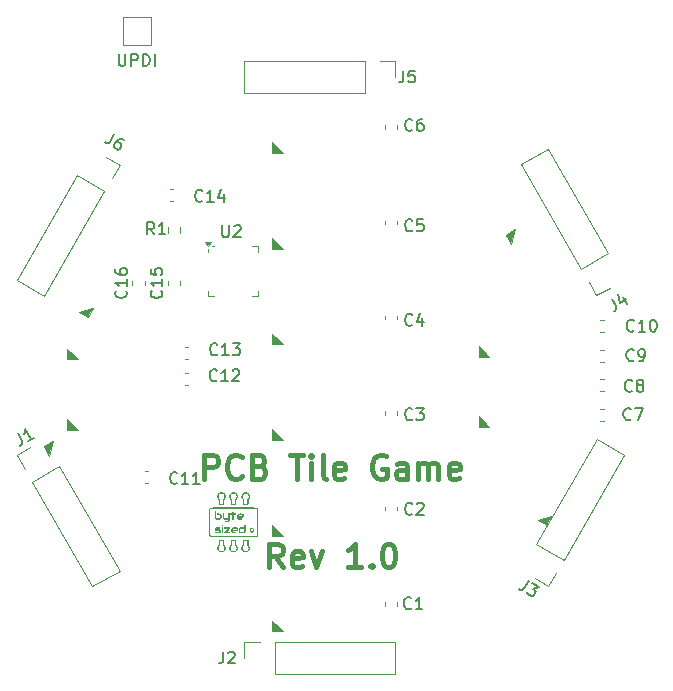
<source format=gbr>
%TF.GenerationSoftware,KiCad,Pcbnew,8.0.8*%
%TF.CreationDate,2025-04-07T13:28:21-04:00*%
%TF.ProjectId,pcb_tile_game_tile_aoa,7063625f-7469-46c6-955f-67616d655f74,1.0*%
%TF.SameCoordinates,Original*%
%TF.FileFunction,Legend,Top*%
%TF.FilePolarity,Positive*%
%FSLAX46Y46*%
G04 Gerber Fmt 4.6, Leading zero omitted, Abs format (unit mm)*
G04 Created by KiCad (PCBNEW 8.0.8) date 2025-04-07 13:28:21*
%MOMM*%
%LPD*%
G01*
G04 APERTURE LIST*
%ADD10C,0.400000*%
%ADD11C,0.200000*%
%ADD12C,0.150000*%
%ADD13C,0.120000*%
%ADD14C,0.000000*%
%ADD15C,0.100000*%
G04 APERTURE END LIST*
D10*
X136917142Y-96904438D02*
X136250475Y-95952057D01*
X135774285Y-96904438D02*
X135774285Y-94904438D01*
X135774285Y-94904438D02*
X136536190Y-94904438D01*
X136536190Y-94904438D02*
X136726666Y-94999676D01*
X136726666Y-94999676D02*
X136821904Y-95094914D01*
X136821904Y-95094914D02*
X136917142Y-95285390D01*
X136917142Y-95285390D02*
X136917142Y-95571104D01*
X136917142Y-95571104D02*
X136821904Y-95761580D01*
X136821904Y-95761580D02*
X136726666Y-95856819D01*
X136726666Y-95856819D02*
X136536190Y-95952057D01*
X136536190Y-95952057D02*
X135774285Y-95952057D01*
X138536190Y-96809200D02*
X138345714Y-96904438D01*
X138345714Y-96904438D02*
X137964761Y-96904438D01*
X137964761Y-96904438D02*
X137774285Y-96809200D01*
X137774285Y-96809200D02*
X137679047Y-96618723D01*
X137679047Y-96618723D02*
X137679047Y-95856819D01*
X137679047Y-95856819D02*
X137774285Y-95666342D01*
X137774285Y-95666342D02*
X137964761Y-95571104D01*
X137964761Y-95571104D02*
X138345714Y-95571104D01*
X138345714Y-95571104D02*
X138536190Y-95666342D01*
X138536190Y-95666342D02*
X138631428Y-95856819D01*
X138631428Y-95856819D02*
X138631428Y-96047295D01*
X138631428Y-96047295D02*
X137679047Y-96237771D01*
X139298095Y-95571104D02*
X139774285Y-96904438D01*
X139774285Y-96904438D02*
X140250476Y-95571104D01*
X143583810Y-96904438D02*
X142440953Y-96904438D01*
X143012381Y-96904438D02*
X143012381Y-94904438D01*
X143012381Y-94904438D02*
X142821905Y-95190152D01*
X142821905Y-95190152D02*
X142631429Y-95380628D01*
X142631429Y-95380628D02*
X142440953Y-95475866D01*
X144440953Y-96713961D02*
X144536191Y-96809200D01*
X144536191Y-96809200D02*
X144440953Y-96904438D01*
X144440953Y-96904438D02*
X144345715Y-96809200D01*
X144345715Y-96809200D02*
X144440953Y-96713961D01*
X144440953Y-96713961D02*
X144440953Y-96904438D01*
X145774286Y-94904438D02*
X145964763Y-94904438D01*
X145964763Y-94904438D02*
X146155239Y-94999676D01*
X146155239Y-94999676D02*
X146250477Y-95094914D01*
X146250477Y-95094914D02*
X146345715Y-95285390D01*
X146345715Y-95285390D02*
X146440953Y-95666342D01*
X146440953Y-95666342D02*
X146440953Y-96142533D01*
X146440953Y-96142533D02*
X146345715Y-96523485D01*
X146345715Y-96523485D02*
X146250477Y-96713961D01*
X146250477Y-96713961D02*
X146155239Y-96809200D01*
X146155239Y-96809200D02*
X145964763Y-96904438D01*
X145964763Y-96904438D02*
X145774286Y-96904438D01*
X145774286Y-96904438D02*
X145583810Y-96809200D01*
X145583810Y-96809200D02*
X145488572Y-96713961D01*
X145488572Y-96713961D02*
X145393334Y-96523485D01*
X145393334Y-96523485D02*
X145298096Y-96142533D01*
X145298096Y-96142533D02*
X145298096Y-95666342D01*
X145298096Y-95666342D02*
X145393334Y-95285390D01*
X145393334Y-95285390D02*
X145488572Y-95094914D01*
X145488572Y-95094914D02*
X145583810Y-94999676D01*
X145583810Y-94999676D02*
X145774286Y-94904438D01*
D11*
X123036191Y-53452219D02*
X123036191Y-54261742D01*
X123036191Y-54261742D02*
X123083810Y-54356980D01*
X123083810Y-54356980D02*
X123131429Y-54404600D01*
X123131429Y-54404600D02*
X123226667Y-54452219D01*
X123226667Y-54452219D02*
X123417143Y-54452219D01*
X123417143Y-54452219D02*
X123512381Y-54404600D01*
X123512381Y-54404600D02*
X123560000Y-54356980D01*
X123560000Y-54356980D02*
X123607619Y-54261742D01*
X123607619Y-54261742D02*
X123607619Y-53452219D01*
X124083810Y-54452219D02*
X124083810Y-53452219D01*
X124083810Y-53452219D02*
X124464762Y-53452219D01*
X124464762Y-53452219D02*
X124560000Y-53499838D01*
X124560000Y-53499838D02*
X124607619Y-53547457D01*
X124607619Y-53547457D02*
X124655238Y-53642695D01*
X124655238Y-53642695D02*
X124655238Y-53785552D01*
X124655238Y-53785552D02*
X124607619Y-53880790D01*
X124607619Y-53880790D02*
X124560000Y-53928409D01*
X124560000Y-53928409D02*
X124464762Y-53976028D01*
X124464762Y-53976028D02*
X124083810Y-53976028D01*
X125083810Y-54452219D02*
X125083810Y-53452219D01*
X125083810Y-53452219D02*
X125321905Y-53452219D01*
X125321905Y-53452219D02*
X125464762Y-53499838D01*
X125464762Y-53499838D02*
X125560000Y-53595076D01*
X125560000Y-53595076D02*
X125607619Y-53690314D01*
X125607619Y-53690314D02*
X125655238Y-53880790D01*
X125655238Y-53880790D02*
X125655238Y-54023647D01*
X125655238Y-54023647D02*
X125607619Y-54214123D01*
X125607619Y-54214123D02*
X125560000Y-54309361D01*
X125560000Y-54309361D02*
X125464762Y-54404600D01*
X125464762Y-54404600D02*
X125321905Y-54452219D01*
X125321905Y-54452219D02*
X125083810Y-54452219D01*
X126083810Y-54452219D02*
X126083810Y-53452219D01*
D10*
X130298094Y-89404438D02*
X130298094Y-87404438D01*
X130298094Y-87404438D02*
X131059999Y-87404438D01*
X131059999Y-87404438D02*
X131250475Y-87499676D01*
X131250475Y-87499676D02*
X131345713Y-87594914D01*
X131345713Y-87594914D02*
X131440951Y-87785390D01*
X131440951Y-87785390D02*
X131440951Y-88071104D01*
X131440951Y-88071104D02*
X131345713Y-88261580D01*
X131345713Y-88261580D02*
X131250475Y-88356819D01*
X131250475Y-88356819D02*
X131059999Y-88452057D01*
X131059999Y-88452057D02*
X130298094Y-88452057D01*
X133440951Y-89213961D02*
X133345713Y-89309200D01*
X133345713Y-89309200D02*
X133059999Y-89404438D01*
X133059999Y-89404438D02*
X132869523Y-89404438D01*
X132869523Y-89404438D02*
X132583808Y-89309200D01*
X132583808Y-89309200D02*
X132393332Y-89118723D01*
X132393332Y-89118723D02*
X132298094Y-88928247D01*
X132298094Y-88928247D02*
X132202856Y-88547295D01*
X132202856Y-88547295D02*
X132202856Y-88261580D01*
X132202856Y-88261580D02*
X132298094Y-87880628D01*
X132298094Y-87880628D02*
X132393332Y-87690152D01*
X132393332Y-87690152D02*
X132583808Y-87499676D01*
X132583808Y-87499676D02*
X132869523Y-87404438D01*
X132869523Y-87404438D02*
X133059999Y-87404438D01*
X133059999Y-87404438D02*
X133345713Y-87499676D01*
X133345713Y-87499676D02*
X133440951Y-87594914D01*
X134964761Y-88356819D02*
X135250475Y-88452057D01*
X135250475Y-88452057D02*
X135345713Y-88547295D01*
X135345713Y-88547295D02*
X135440951Y-88737771D01*
X135440951Y-88737771D02*
X135440951Y-89023485D01*
X135440951Y-89023485D02*
X135345713Y-89213961D01*
X135345713Y-89213961D02*
X135250475Y-89309200D01*
X135250475Y-89309200D02*
X135059999Y-89404438D01*
X135059999Y-89404438D02*
X134298094Y-89404438D01*
X134298094Y-89404438D02*
X134298094Y-87404438D01*
X134298094Y-87404438D02*
X134964761Y-87404438D01*
X134964761Y-87404438D02*
X135155237Y-87499676D01*
X135155237Y-87499676D02*
X135250475Y-87594914D01*
X135250475Y-87594914D02*
X135345713Y-87785390D01*
X135345713Y-87785390D02*
X135345713Y-87975866D01*
X135345713Y-87975866D02*
X135250475Y-88166342D01*
X135250475Y-88166342D02*
X135155237Y-88261580D01*
X135155237Y-88261580D02*
X134964761Y-88356819D01*
X134964761Y-88356819D02*
X134298094Y-88356819D01*
X137536190Y-87404438D02*
X138679047Y-87404438D01*
X138107618Y-89404438D02*
X138107618Y-87404438D01*
X139345714Y-89404438D02*
X139345714Y-88071104D01*
X139345714Y-87404438D02*
X139250476Y-87499676D01*
X139250476Y-87499676D02*
X139345714Y-87594914D01*
X139345714Y-87594914D02*
X139440952Y-87499676D01*
X139440952Y-87499676D02*
X139345714Y-87404438D01*
X139345714Y-87404438D02*
X139345714Y-87594914D01*
X140583809Y-89404438D02*
X140393333Y-89309200D01*
X140393333Y-89309200D02*
X140298095Y-89118723D01*
X140298095Y-89118723D02*
X140298095Y-87404438D01*
X142107619Y-89309200D02*
X141917143Y-89404438D01*
X141917143Y-89404438D02*
X141536190Y-89404438D01*
X141536190Y-89404438D02*
X141345714Y-89309200D01*
X141345714Y-89309200D02*
X141250476Y-89118723D01*
X141250476Y-89118723D02*
X141250476Y-88356819D01*
X141250476Y-88356819D02*
X141345714Y-88166342D01*
X141345714Y-88166342D02*
X141536190Y-88071104D01*
X141536190Y-88071104D02*
X141917143Y-88071104D01*
X141917143Y-88071104D02*
X142107619Y-88166342D01*
X142107619Y-88166342D02*
X142202857Y-88356819D01*
X142202857Y-88356819D02*
X142202857Y-88547295D01*
X142202857Y-88547295D02*
X141250476Y-88737771D01*
X145631429Y-87499676D02*
X145440953Y-87404438D01*
X145440953Y-87404438D02*
X145155239Y-87404438D01*
X145155239Y-87404438D02*
X144869524Y-87499676D01*
X144869524Y-87499676D02*
X144679048Y-87690152D01*
X144679048Y-87690152D02*
X144583810Y-87880628D01*
X144583810Y-87880628D02*
X144488572Y-88261580D01*
X144488572Y-88261580D02*
X144488572Y-88547295D01*
X144488572Y-88547295D02*
X144583810Y-88928247D01*
X144583810Y-88928247D02*
X144679048Y-89118723D01*
X144679048Y-89118723D02*
X144869524Y-89309200D01*
X144869524Y-89309200D02*
X145155239Y-89404438D01*
X145155239Y-89404438D02*
X145345715Y-89404438D01*
X145345715Y-89404438D02*
X145631429Y-89309200D01*
X145631429Y-89309200D02*
X145726667Y-89213961D01*
X145726667Y-89213961D02*
X145726667Y-88547295D01*
X145726667Y-88547295D02*
X145345715Y-88547295D01*
X147440953Y-89404438D02*
X147440953Y-88356819D01*
X147440953Y-88356819D02*
X147345715Y-88166342D01*
X147345715Y-88166342D02*
X147155239Y-88071104D01*
X147155239Y-88071104D02*
X146774286Y-88071104D01*
X146774286Y-88071104D02*
X146583810Y-88166342D01*
X147440953Y-89309200D02*
X147250477Y-89404438D01*
X147250477Y-89404438D02*
X146774286Y-89404438D01*
X146774286Y-89404438D02*
X146583810Y-89309200D01*
X146583810Y-89309200D02*
X146488572Y-89118723D01*
X146488572Y-89118723D02*
X146488572Y-88928247D01*
X146488572Y-88928247D02*
X146583810Y-88737771D01*
X146583810Y-88737771D02*
X146774286Y-88642533D01*
X146774286Y-88642533D02*
X147250477Y-88642533D01*
X147250477Y-88642533D02*
X147440953Y-88547295D01*
X148393334Y-89404438D02*
X148393334Y-88071104D01*
X148393334Y-88261580D02*
X148488572Y-88166342D01*
X148488572Y-88166342D02*
X148679048Y-88071104D01*
X148679048Y-88071104D02*
X148964763Y-88071104D01*
X148964763Y-88071104D02*
X149155239Y-88166342D01*
X149155239Y-88166342D02*
X149250477Y-88356819D01*
X149250477Y-88356819D02*
X149250477Y-89404438D01*
X149250477Y-88356819D02*
X149345715Y-88166342D01*
X149345715Y-88166342D02*
X149536191Y-88071104D01*
X149536191Y-88071104D02*
X149821905Y-88071104D01*
X149821905Y-88071104D02*
X150012382Y-88166342D01*
X150012382Y-88166342D02*
X150107620Y-88356819D01*
X150107620Y-88356819D02*
X150107620Y-89404438D01*
X151821906Y-89309200D02*
X151631430Y-89404438D01*
X151631430Y-89404438D02*
X151250477Y-89404438D01*
X151250477Y-89404438D02*
X151060001Y-89309200D01*
X151060001Y-89309200D02*
X150964763Y-89118723D01*
X150964763Y-89118723D02*
X150964763Y-88356819D01*
X150964763Y-88356819D02*
X151060001Y-88166342D01*
X151060001Y-88166342D02*
X151250477Y-88071104D01*
X151250477Y-88071104D02*
X151631430Y-88071104D01*
X151631430Y-88071104D02*
X151821906Y-88166342D01*
X151821906Y-88166342D02*
X151917144Y-88356819D01*
X151917144Y-88356819D02*
X151917144Y-88547295D01*
X151917144Y-88547295D02*
X150964763Y-88737771D01*
D12*
X147893333Y-92359580D02*
X147845714Y-92407200D01*
X147845714Y-92407200D02*
X147702857Y-92454819D01*
X147702857Y-92454819D02*
X147607619Y-92454819D01*
X147607619Y-92454819D02*
X147464762Y-92407200D01*
X147464762Y-92407200D02*
X147369524Y-92311961D01*
X147369524Y-92311961D02*
X147321905Y-92216723D01*
X147321905Y-92216723D02*
X147274286Y-92026247D01*
X147274286Y-92026247D02*
X147274286Y-91883390D01*
X147274286Y-91883390D02*
X147321905Y-91692914D01*
X147321905Y-91692914D02*
X147369524Y-91597676D01*
X147369524Y-91597676D02*
X147464762Y-91502438D01*
X147464762Y-91502438D02*
X147607619Y-91454819D01*
X147607619Y-91454819D02*
X147702857Y-91454819D01*
X147702857Y-91454819D02*
X147845714Y-91502438D01*
X147845714Y-91502438D02*
X147893333Y-91550057D01*
X148274286Y-91550057D02*
X148321905Y-91502438D01*
X148321905Y-91502438D02*
X148417143Y-91454819D01*
X148417143Y-91454819D02*
X148655238Y-91454819D01*
X148655238Y-91454819D02*
X148750476Y-91502438D01*
X148750476Y-91502438D02*
X148798095Y-91550057D01*
X148798095Y-91550057D02*
X148845714Y-91645295D01*
X148845714Y-91645295D02*
X148845714Y-91740533D01*
X148845714Y-91740533D02*
X148798095Y-91883390D01*
X148798095Y-91883390D02*
X148226667Y-92454819D01*
X148226667Y-92454819D02*
X148845714Y-92454819D01*
X131392142Y-78859582D02*
X131344523Y-78907202D01*
X131344523Y-78907202D02*
X131201666Y-78954821D01*
X131201666Y-78954821D02*
X131106428Y-78954821D01*
X131106428Y-78954821D02*
X130963571Y-78907202D01*
X130963571Y-78907202D02*
X130868333Y-78811963D01*
X130868333Y-78811963D02*
X130820714Y-78716725D01*
X130820714Y-78716725D02*
X130773095Y-78526249D01*
X130773095Y-78526249D02*
X130773095Y-78383392D01*
X130773095Y-78383392D02*
X130820714Y-78192916D01*
X130820714Y-78192916D02*
X130868333Y-78097678D01*
X130868333Y-78097678D02*
X130963571Y-78002440D01*
X130963571Y-78002440D02*
X131106428Y-77954821D01*
X131106428Y-77954821D02*
X131201666Y-77954821D01*
X131201666Y-77954821D02*
X131344523Y-78002440D01*
X131344523Y-78002440D02*
X131392142Y-78050059D01*
X132344523Y-78954821D02*
X131773095Y-78954821D01*
X132058809Y-78954821D02*
X132058809Y-77954821D01*
X132058809Y-77954821D02*
X131963571Y-78097678D01*
X131963571Y-78097678D02*
X131868333Y-78192916D01*
X131868333Y-78192916D02*
X131773095Y-78240535D01*
X132677857Y-77954821D02*
X133296904Y-77954821D01*
X133296904Y-77954821D02*
X132963571Y-78335773D01*
X132963571Y-78335773D02*
X133106428Y-78335773D01*
X133106428Y-78335773D02*
X133201666Y-78383392D01*
X133201666Y-78383392D02*
X133249285Y-78431011D01*
X133249285Y-78431011D02*
X133296904Y-78526249D01*
X133296904Y-78526249D02*
X133296904Y-78764344D01*
X133296904Y-78764344D02*
X133249285Y-78859582D01*
X133249285Y-78859582D02*
X133201666Y-78907202D01*
X133201666Y-78907202D02*
X133106428Y-78954821D01*
X133106428Y-78954821D02*
X132820714Y-78954821D01*
X132820714Y-78954821D02*
X132725476Y-78907202D01*
X132725476Y-78907202D02*
X132677857Y-78859582D01*
X147893333Y-84359580D02*
X147845714Y-84407200D01*
X147845714Y-84407200D02*
X147702857Y-84454819D01*
X147702857Y-84454819D02*
X147607619Y-84454819D01*
X147607619Y-84454819D02*
X147464762Y-84407200D01*
X147464762Y-84407200D02*
X147369524Y-84311961D01*
X147369524Y-84311961D02*
X147321905Y-84216723D01*
X147321905Y-84216723D02*
X147274286Y-84026247D01*
X147274286Y-84026247D02*
X147274286Y-83883390D01*
X147274286Y-83883390D02*
X147321905Y-83692914D01*
X147321905Y-83692914D02*
X147369524Y-83597676D01*
X147369524Y-83597676D02*
X147464762Y-83502438D01*
X147464762Y-83502438D02*
X147607619Y-83454819D01*
X147607619Y-83454819D02*
X147702857Y-83454819D01*
X147702857Y-83454819D02*
X147845714Y-83502438D01*
X147845714Y-83502438D02*
X147893333Y-83550057D01*
X148226667Y-83454819D02*
X148845714Y-83454819D01*
X148845714Y-83454819D02*
X148512381Y-83835771D01*
X148512381Y-83835771D02*
X148655238Y-83835771D01*
X148655238Y-83835771D02*
X148750476Y-83883390D01*
X148750476Y-83883390D02*
X148798095Y-83931009D01*
X148798095Y-83931009D02*
X148845714Y-84026247D01*
X148845714Y-84026247D02*
X148845714Y-84264342D01*
X148845714Y-84264342D02*
X148798095Y-84359580D01*
X148798095Y-84359580D02*
X148750476Y-84407200D01*
X148750476Y-84407200D02*
X148655238Y-84454819D01*
X148655238Y-84454819D02*
X148369524Y-84454819D01*
X148369524Y-84454819D02*
X148274286Y-84407200D01*
X148274286Y-84407200D02*
X148226667Y-84359580D01*
X131876666Y-104054819D02*
X131876666Y-104769104D01*
X131876666Y-104769104D02*
X131829047Y-104911961D01*
X131829047Y-104911961D02*
X131733809Y-105007200D01*
X131733809Y-105007200D02*
X131590952Y-105054819D01*
X131590952Y-105054819D02*
X131495714Y-105054819D01*
X132305238Y-104150057D02*
X132352857Y-104102438D01*
X132352857Y-104102438D02*
X132448095Y-104054819D01*
X132448095Y-104054819D02*
X132686190Y-104054819D01*
X132686190Y-104054819D02*
X132781428Y-104102438D01*
X132781428Y-104102438D02*
X132829047Y-104150057D01*
X132829047Y-104150057D02*
X132876666Y-104245295D01*
X132876666Y-104245295D02*
X132876666Y-104340533D01*
X132876666Y-104340533D02*
X132829047Y-104483390D01*
X132829047Y-104483390D02*
X132257619Y-105054819D01*
X132257619Y-105054819D02*
X132876666Y-105054819D01*
X126043333Y-68717319D02*
X125710000Y-68241128D01*
X125471905Y-68717319D02*
X125471905Y-67717319D01*
X125471905Y-67717319D02*
X125852857Y-67717319D01*
X125852857Y-67717319D02*
X125948095Y-67764938D01*
X125948095Y-67764938D02*
X125995714Y-67812557D01*
X125995714Y-67812557D02*
X126043333Y-67907795D01*
X126043333Y-67907795D02*
X126043333Y-68050652D01*
X126043333Y-68050652D02*
X125995714Y-68145890D01*
X125995714Y-68145890D02*
X125948095Y-68193509D01*
X125948095Y-68193509D02*
X125852857Y-68241128D01*
X125852857Y-68241128D02*
X125471905Y-68241128D01*
X126995714Y-68717319D02*
X126424286Y-68717319D01*
X126710000Y-68717319D02*
X126710000Y-67717319D01*
X126710000Y-67717319D02*
X126614762Y-67860176D01*
X126614762Y-67860176D02*
X126519524Y-67955414D01*
X126519524Y-67955414D02*
X126424286Y-68003033D01*
X166667142Y-76859580D02*
X166619523Y-76907200D01*
X166619523Y-76907200D02*
X166476666Y-76954819D01*
X166476666Y-76954819D02*
X166381428Y-76954819D01*
X166381428Y-76954819D02*
X166238571Y-76907200D01*
X166238571Y-76907200D02*
X166143333Y-76811961D01*
X166143333Y-76811961D02*
X166095714Y-76716723D01*
X166095714Y-76716723D02*
X166048095Y-76526247D01*
X166048095Y-76526247D02*
X166048095Y-76383390D01*
X166048095Y-76383390D02*
X166095714Y-76192914D01*
X166095714Y-76192914D02*
X166143333Y-76097676D01*
X166143333Y-76097676D02*
X166238571Y-76002438D01*
X166238571Y-76002438D02*
X166381428Y-75954819D01*
X166381428Y-75954819D02*
X166476666Y-75954819D01*
X166476666Y-75954819D02*
X166619523Y-76002438D01*
X166619523Y-76002438D02*
X166667142Y-76050057D01*
X167619523Y-76954819D02*
X167048095Y-76954819D01*
X167333809Y-76954819D02*
X167333809Y-75954819D01*
X167333809Y-75954819D02*
X167238571Y-76097676D01*
X167238571Y-76097676D02*
X167143333Y-76192914D01*
X167143333Y-76192914D02*
X167048095Y-76240533D01*
X168238571Y-75954819D02*
X168333809Y-75954819D01*
X168333809Y-75954819D02*
X168429047Y-76002438D01*
X168429047Y-76002438D02*
X168476666Y-76050057D01*
X168476666Y-76050057D02*
X168524285Y-76145295D01*
X168524285Y-76145295D02*
X168571904Y-76335771D01*
X168571904Y-76335771D02*
X168571904Y-76573866D01*
X168571904Y-76573866D02*
X168524285Y-76764342D01*
X168524285Y-76764342D02*
X168476666Y-76859580D01*
X168476666Y-76859580D02*
X168429047Y-76907200D01*
X168429047Y-76907200D02*
X168333809Y-76954819D01*
X168333809Y-76954819D02*
X168238571Y-76954819D01*
X168238571Y-76954819D02*
X168143333Y-76907200D01*
X168143333Y-76907200D02*
X168095714Y-76859580D01*
X168095714Y-76859580D02*
X168048095Y-76764342D01*
X168048095Y-76764342D02*
X168000476Y-76573866D01*
X168000476Y-76573866D02*
X168000476Y-76335771D01*
X168000476Y-76335771D02*
X168048095Y-76145295D01*
X168048095Y-76145295D02*
X168095714Y-76050057D01*
X168095714Y-76050057D02*
X168143333Y-76002438D01*
X168143333Y-76002438D02*
X168238571Y-75954819D01*
X126639580Y-73492857D02*
X126687200Y-73540476D01*
X126687200Y-73540476D02*
X126734819Y-73683333D01*
X126734819Y-73683333D02*
X126734819Y-73778571D01*
X126734819Y-73778571D02*
X126687200Y-73921428D01*
X126687200Y-73921428D02*
X126591961Y-74016666D01*
X126591961Y-74016666D02*
X126496723Y-74064285D01*
X126496723Y-74064285D02*
X126306247Y-74111904D01*
X126306247Y-74111904D02*
X126163390Y-74111904D01*
X126163390Y-74111904D02*
X125972914Y-74064285D01*
X125972914Y-74064285D02*
X125877676Y-74016666D01*
X125877676Y-74016666D02*
X125782438Y-73921428D01*
X125782438Y-73921428D02*
X125734819Y-73778571D01*
X125734819Y-73778571D02*
X125734819Y-73683333D01*
X125734819Y-73683333D02*
X125782438Y-73540476D01*
X125782438Y-73540476D02*
X125830057Y-73492857D01*
X126734819Y-72540476D02*
X126734819Y-73111904D01*
X126734819Y-72826190D02*
X125734819Y-72826190D01*
X125734819Y-72826190D02*
X125877676Y-72921428D01*
X125877676Y-72921428D02*
X125972914Y-73016666D01*
X125972914Y-73016666D02*
X126020533Y-73111904D01*
X125734819Y-71635714D02*
X125734819Y-72111904D01*
X125734819Y-72111904D02*
X126211009Y-72159523D01*
X126211009Y-72159523D02*
X126163390Y-72111904D01*
X126163390Y-72111904D02*
X126115771Y-72016666D01*
X126115771Y-72016666D02*
X126115771Y-71778571D01*
X126115771Y-71778571D02*
X126163390Y-71683333D01*
X126163390Y-71683333D02*
X126211009Y-71635714D01*
X126211009Y-71635714D02*
X126306247Y-71588095D01*
X126306247Y-71588095D02*
X126544342Y-71588095D01*
X126544342Y-71588095D02*
X126639580Y-71635714D01*
X126639580Y-71635714D02*
X126687200Y-71683333D01*
X126687200Y-71683333D02*
X126734819Y-71778571D01*
X126734819Y-71778571D02*
X126734819Y-72016666D01*
X126734819Y-72016666D02*
X126687200Y-72111904D01*
X126687200Y-72111904D02*
X126639580Y-72159523D01*
X147893333Y-68359580D02*
X147845714Y-68407200D01*
X147845714Y-68407200D02*
X147702857Y-68454819D01*
X147702857Y-68454819D02*
X147607619Y-68454819D01*
X147607619Y-68454819D02*
X147464762Y-68407200D01*
X147464762Y-68407200D02*
X147369524Y-68311961D01*
X147369524Y-68311961D02*
X147321905Y-68216723D01*
X147321905Y-68216723D02*
X147274286Y-68026247D01*
X147274286Y-68026247D02*
X147274286Y-67883390D01*
X147274286Y-67883390D02*
X147321905Y-67692914D01*
X147321905Y-67692914D02*
X147369524Y-67597676D01*
X147369524Y-67597676D02*
X147464762Y-67502438D01*
X147464762Y-67502438D02*
X147607619Y-67454819D01*
X147607619Y-67454819D02*
X147702857Y-67454819D01*
X147702857Y-67454819D02*
X147845714Y-67502438D01*
X147845714Y-67502438D02*
X147893333Y-67550057D01*
X148798095Y-67454819D02*
X148321905Y-67454819D01*
X148321905Y-67454819D02*
X148274286Y-67931009D01*
X148274286Y-67931009D02*
X148321905Y-67883390D01*
X148321905Y-67883390D02*
X148417143Y-67835771D01*
X148417143Y-67835771D02*
X148655238Y-67835771D01*
X148655238Y-67835771D02*
X148750476Y-67883390D01*
X148750476Y-67883390D02*
X148798095Y-67931009D01*
X148798095Y-67931009D02*
X148845714Y-68026247D01*
X148845714Y-68026247D02*
X148845714Y-68264342D01*
X148845714Y-68264342D02*
X148798095Y-68359580D01*
X148798095Y-68359580D02*
X148750476Y-68407200D01*
X148750476Y-68407200D02*
X148655238Y-68454819D01*
X148655238Y-68454819D02*
X148417143Y-68454819D01*
X148417143Y-68454819D02*
X148321905Y-68407200D01*
X148321905Y-68407200D02*
X148274286Y-68359580D01*
X166504064Y-81942691D02*
X166456445Y-81990311D01*
X166456445Y-81990311D02*
X166313588Y-82037930D01*
X166313588Y-82037930D02*
X166218350Y-82037930D01*
X166218350Y-82037930D02*
X166075493Y-81990311D01*
X166075493Y-81990311D02*
X165980255Y-81895072D01*
X165980255Y-81895072D02*
X165932636Y-81799834D01*
X165932636Y-81799834D02*
X165885017Y-81609358D01*
X165885017Y-81609358D02*
X165885017Y-81466501D01*
X165885017Y-81466501D02*
X165932636Y-81276025D01*
X165932636Y-81276025D02*
X165980255Y-81180787D01*
X165980255Y-81180787D02*
X166075493Y-81085549D01*
X166075493Y-81085549D02*
X166218350Y-81037930D01*
X166218350Y-81037930D02*
X166313588Y-81037930D01*
X166313588Y-81037930D02*
X166456445Y-81085549D01*
X166456445Y-81085549D02*
X166504064Y-81133168D01*
X167075493Y-81466501D02*
X166980255Y-81418882D01*
X166980255Y-81418882D02*
X166932636Y-81371263D01*
X166932636Y-81371263D02*
X166885017Y-81276025D01*
X166885017Y-81276025D02*
X166885017Y-81228406D01*
X166885017Y-81228406D02*
X166932636Y-81133168D01*
X166932636Y-81133168D02*
X166980255Y-81085549D01*
X166980255Y-81085549D02*
X167075493Y-81037930D01*
X167075493Y-81037930D02*
X167265969Y-81037930D01*
X167265969Y-81037930D02*
X167361207Y-81085549D01*
X167361207Y-81085549D02*
X167408826Y-81133168D01*
X167408826Y-81133168D02*
X167456445Y-81228406D01*
X167456445Y-81228406D02*
X167456445Y-81276025D01*
X167456445Y-81276025D02*
X167408826Y-81371263D01*
X167408826Y-81371263D02*
X167361207Y-81418882D01*
X167361207Y-81418882D02*
X167265969Y-81466501D01*
X167265969Y-81466501D02*
X167075493Y-81466501D01*
X167075493Y-81466501D02*
X166980255Y-81514120D01*
X166980255Y-81514120D02*
X166932636Y-81561739D01*
X166932636Y-81561739D02*
X166885017Y-81656977D01*
X166885017Y-81656977D02*
X166885017Y-81847453D01*
X166885017Y-81847453D02*
X166932636Y-81942691D01*
X166932636Y-81942691D02*
X166980255Y-81990311D01*
X166980255Y-81990311D02*
X167075493Y-82037930D01*
X167075493Y-82037930D02*
X167265969Y-82037930D01*
X167265969Y-82037930D02*
X167361207Y-81990311D01*
X167361207Y-81990311D02*
X167408826Y-81942691D01*
X167408826Y-81942691D02*
X167456445Y-81847453D01*
X167456445Y-81847453D02*
X167456445Y-81656977D01*
X167456445Y-81656977D02*
X167408826Y-81561739D01*
X167408826Y-81561739D02*
X167361207Y-81514120D01*
X167361207Y-81514120D02*
X167265969Y-81466501D01*
X147893333Y-59859580D02*
X147845714Y-59907200D01*
X147845714Y-59907200D02*
X147702857Y-59954819D01*
X147702857Y-59954819D02*
X147607619Y-59954819D01*
X147607619Y-59954819D02*
X147464762Y-59907200D01*
X147464762Y-59907200D02*
X147369524Y-59811961D01*
X147369524Y-59811961D02*
X147321905Y-59716723D01*
X147321905Y-59716723D02*
X147274286Y-59526247D01*
X147274286Y-59526247D02*
X147274286Y-59383390D01*
X147274286Y-59383390D02*
X147321905Y-59192914D01*
X147321905Y-59192914D02*
X147369524Y-59097676D01*
X147369524Y-59097676D02*
X147464762Y-59002438D01*
X147464762Y-59002438D02*
X147607619Y-58954819D01*
X147607619Y-58954819D02*
X147702857Y-58954819D01*
X147702857Y-58954819D02*
X147845714Y-59002438D01*
X147845714Y-59002438D02*
X147893333Y-59050057D01*
X148750476Y-58954819D02*
X148560000Y-58954819D01*
X148560000Y-58954819D02*
X148464762Y-59002438D01*
X148464762Y-59002438D02*
X148417143Y-59050057D01*
X148417143Y-59050057D02*
X148321905Y-59192914D01*
X148321905Y-59192914D02*
X148274286Y-59383390D01*
X148274286Y-59383390D02*
X148274286Y-59764342D01*
X148274286Y-59764342D02*
X148321905Y-59859580D01*
X148321905Y-59859580D02*
X148369524Y-59907200D01*
X148369524Y-59907200D02*
X148464762Y-59954819D01*
X148464762Y-59954819D02*
X148655238Y-59954819D01*
X148655238Y-59954819D02*
X148750476Y-59907200D01*
X148750476Y-59907200D02*
X148798095Y-59859580D01*
X148798095Y-59859580D02*
X148845714Y-59764342D01*
X148845714Y-59764342D02*
X148845714Y-59526247D01*
X148845714Y-59526247D02*
X148798095Y-59431009D01*
X148798095Y-59431009D02*
X148750476Y-59383390D01*
X148750476Y-59383390D02*
X148655238Y-59335771D01*
X148655238Y-59335771D02*
X148464762Y-59335771D01*
X148464762Y-59335771D02*
X148369524Y-59383390D01*
X148369524Y-59383390D02*
X148321905Y-59431009D01*
X148321905Y-59431009D02*
X148274286Y-59526247D01*
X157738915Y-98068440D02*
X157381772Y-98687030D01*
X157381772Y-98687030D02*
X157269104Y-98786938D01*
X157269104Y-98786938D02*
X157139006Y-98821798D01*
X157139006Y-98821798D02*
X156991479Y-98791608D01*
X156991479Y-98791608D02*
X156909000Y-98743989D01*
X158068829Y-98258917D02*
X158604940Y-98568440D01*
X158604940Y-98568440D02*
X158125789Y-98731688D01*
X158125789Y-98731688D02*
X158249507Y-98803117D01*
X158249507Y-98803117D02*
X158308176Y-98891975D01*
X158308176Y-98891975D02*
X158325606Y-98957024D01*
X158325606Y-98957024D02*
X158319226Y-99063312D01*
X158319226Y-99063312D02*
X158200178Y-99269509D01*
X158200178Y-99269509D02*
X158111320Y-99328178D01*
X158111320Y-99328178D02*
X158046271Y-99345607D01*
X158046271Y-99345607D02*
X157939983Y-99339228D01*
X157939983Y-99339228D02*
X157692547Y-99196370D01*
X157692547Y-99196370D02*
X157633878Y-99107512D01*
X157633878Y-99107512D02*
X157616448Y-99042463D01*
X130117142Y-65859580D02*
X130069523Y-65907200D01*
X130069523Y-65907200D02*
X129926666Y-65954819D01*
X129926666Y-65954819D02*
X129831428Y-65954819D01*
X129831428Y-65954819D02*
X129688571Y-65907200D01*
X129688571Y-65907200D02*
X129593333Y-65811961D01*
X129593333Y-65811961D02*
X129545714Y-65716723D01*
X129545714Y-65716723D02*
X129498095Y-65526247D01*
X129498095Y-65526247D02*
X129498095Y-65383390D01*
X129498095Y-65383390D02*
X129545714Y-65192914D01*
X129545714Y-65192914D02*
X129593333Y-65097676D01*
X129593333Y-65097676D02*
X129688571Y-65002438D01*
X129688571Y-65002438D02*
X129831428Y-64954819D01*
X129831428Y-64954819D02*
X129926666Y-64954819D01*
X129926666Y-64954819D02*
X130069523Y-65002438D01*
X130069523Y-65002438D02*
X130117142Y-65050057D01*
X131069523Y-65954819D02*
X130498095Y-65954819D01*
X130783809Y-65954819D02*
X130783809Y-64954819D01*
X130783809Y-64954819D02*
X130688571Y-65097676D01*
X130688571Y-65097676D02*
X130593333Y-65192914D01*
X130593333Y-65192914D02*
X130498095Y-65240533D01*
X131926666Y-65288152D02*
X131926666Y-65954819D01*
X131688571Y-64907200D02*
X131450476Y-65621485D01*
X131450476Y-65621485D02*
X132069523Y-65621485D01*
X131354642Y-81059580D02*
X131307023Y-81107200D01*
X131307023Y-81107200D02*
X131164166Y-81154819D01*
X131164166Y-81154819D02*
X131068928Y-81154819D01*
X131068928Y-81154819D02*
X130926071Y-81107200D01*
X130926071Y-81107200D02*
X130830833Y-81011961D01*
X130830833Y-81011961D02*
X130783214Y-80916723D01*
X130783214Y-80916723D02*
X130735595Y-80726247D01*
X130735595Y-80726247D02*
X130735595Y-80583390D01*
X130735595Y-80583390D02*
X130783214Y-80392914D01*
X130783214Y-80392914D02*
X130830833Y-80297676D01*
X130830833Y-80297676D02*
X130926071Y-80202438D01*
X130926071Y-80202438D02*
X131068928Y-80154819D01*
X131068928Y-80154819D02*
X131164166Y-80154819D01*
X131164166Y-80154819D02*
X131307023Y-80202438D01*
X131307023Y-80202438D02*
X131354642Y-80250057D01*
X132307023Y-81154819D02*
X131735595Y-81154819D01*
X132021309Y-81154819D02*
X132021309Y-80154819D01*
X132021309Y-80154819D02*
X131926071Y-80297676D01*
X131926071Y-80297676D02*
X131830833Y-80392914D01*
X131830833Y-80392914D02*
X131735595Y-80440533D01*
X132687976Y-80250057D02*
X132735595Y-80202438D01*
X132735595Y-80202438D02*
X132830833Y-80154819D01*
X132830833Y-80154819D02*
X133068928Y-80154819D01*
X133068928Y-80154819D02*
X133164166Y-80202438D01*
X133164166Y-80202438D02*
X133211785Y-80250057D01*
X133211785Y-80250057D02*
X133259404Y-80345295D01*
X133259404Y-80345295D02*
X133259404Y-80440533D01*
X133259404Y-80440533D02*
X133211785Y-80583390D01*
X133211785Y-80583390D02*
X132640357Y-81154819D01*
X132640357Y-81154819D02*
X133259404Y-81154819D01*
X122668915Y-60262893D02*
X122311772Y-60881483D01*
X122311772Y-60881483D02*
X122199104Y-60981391D01*
X122199104Y-60981391D02*
X122069006Y-61016251D01*
X122069006Y-61016251D02*
X121921479Y-60986061D01*
X121921479Y-60986061D02*
X121839000Y-60938442D01*
X123452462Y-60715274D02*
X123287504Y-60620036D01*
X123287504Y-60620036D02*
X123181216Y-60613656D01*
X123181216Y-60613656D02*
X123116168Y-60631086D01*
X123116168Y-60631086D02*
X122962260Y-60707185D01*
X122962260Y-60707185D02*
X122825783Y-60848333D01*
X122825783Y-60848333D02*
X122635307Y-61178247D01*
X122635307Y-61178247D02*
X122628927Y-61284535D01*
X122628927Y-61284535D02*
X122646357Y-61349584D01*
X122646357Y-61349584D02*
X122705026Y-61438443D01*
X122705026Y-61438443D02*
X122869983Y-61533681D01*
X122869983Y-61533681D02*
X122976271Y-61540060D01*
X122976271Y-61540060D02*
X123041320Y-61522631D01*
X123041320Y-61522631D02*
X123130178Y-61463962D01*
X123130178Y-61463962D02*
X123249226Y-61257765D01*
X123249226Y-61257765D02*
X123255606Y-61151477D01*
X123255606Y-61151477D02*
X123238176Y-61086428D01*
X123238176Y-61086428D02*
X123179507Y-60997570D01*
X123179507Y-60997570D02*
X123014550Y-60902332D01*
X123014550Y-60902332D02*
X122908262Y-60895952D01*
X122908262Y-60895952D02*
X122843213Y-60913382D01*
X122843213Y-60913382D02*
X122754354Y-60972051D01*
X166393333Y-84359580D02*
X166345714Y-84407200D01*
X166345714Y-84407200D02*
X166202857Y-84454819D01*
X166202857Y-84454819D02*
X166107619Y-84454819D01*
X166107619Y-84454819D02*
X165964762Y-84407200D01*
X165964762Y-84407200D02*
X165869524Y-84311961D01*
X165869524Y-84311961D02*
X165821905Y-84216723D01*
X165821905Y-84216723D02*
X165774286Y-84026247D01*
X165774286Y-84026247D02*
X165774286Y-83883390D01*
X165774286Y-83883390D02*
X165821905Y-83692914D01*
X165821905Y-83692914D02*
X165869524Y-83597676D01*
X165869524Y-83597676D02*
X165964762Y-83502438D01*
X165964762Y-83502438D02*
X166107619Y-83454819D01*
X166107619Y-83454819D02*
X166202857Y-83454819D01*
X166202857Y-83454819D02*
X166345714Y-83502438D01*
X166345714Y-83502438D02*
X166393333Y-83550057D01*
X166726667Y-83454819D02*
X167393333Y-83454819D01*
X167393333Y-83454819D02*
X166964762Y-84454819D01*
X147793333Y-100359580D02*
X147745714Y-100407200D01*
X147745714Y-100407200D02*
X147602857Y-100454819D01*
X147602857Y-100454819D02*
X147507619Y-100454819D01*
X147507619Y-100454819D02*
X147364762Y-100407200D01*
X147364762Y-100407200D02*
X147269524Y-100311961D01*
X147269524Y-100311961D02*
X147221905Y-100216723D01*
X147221905Y-100216723D02*
X147174286Y-100026247D01*
X147174286Y-100026247D02*
X147174286Y-99883390D01*
X147174286Y-99883390D02*
X147221905Y-99692914D01*
X147221905Y-99692914D02*
X147269524Y-99597676D01*
X147269524Y-99597676D02*
X147364762Y-99502438D01*
X147364762Y-99502438D02*
X147507619Y-99454819D01*
X147507619Y-99454819D02*
X147602857Y-99454819D01*
X147602857Y-99454819D02*
X147745714Y-99502438D01*
X147745714Y-99502438D02*
X147793333Y-99550057D01*
X148745714Y-100454819D02*
X148174286Y-100454819D01*
X148460000Y-100454819D02*
X148460000Y-99454819D01*
X148460000Y-99454819D02*
X148364762Y-99597676D01*
X148364762Y-99597676D02*
X148269524Y-99692914D01*
X148269524Y-99692914D02*
X148174286Y-99740533D01*
X164787083Y-74169344D02*
X165144226Y-74787933D01*
X165144226Y-74787933D02*
X165174415Y-74935461D01*
X165174415Y-74935461D02*
X165139555Y-75065558D01*
X165139555Y-75065558D02*
X165039647Y-75178226D01*
X165039647Y-75178226D02*
X164957168Y-75225845D01*
X165737296Y-74005638D02*
X166070630Y-74582988D01*
X165340624Y-73794771D02*
X165491570Y-74532408D01*
X165491570Y-74532408D02*
X166027681Y-74222884D01*
X166643333Y-79359580D02*
X166595714Y-79407200D01*
X166595714Y-79407200D02*
X166452857Y-79454819D01*
X166452857Y-79454819D02*
X166357619Y-79454819D01*
X166357619Y-79454819D02*
X166214762Y-79407200D01*
X166214762Y-79407200D02*
X166119524Y-79311961D01*
X166119524Y-79311961D02*
X166071905Y-79216723D01*
X166071905Y-79216723D02*
X166024286Y-79026247D01*
X166024286Y-79026247D02*
X166024286Y-78883390D01*
X166024286Y-78883390D02*
X166071905Y-78692914D01*
X166071905Y-78692914D02*
X166119524Y-78597676D01*
X166119524Y-78597676D02*
X166214762Y-78502438D01*
X166214762Y-78502438D02*
X166357619Y-78454819D01*
X166357619Y-78454819D02*
X166452857Y-78454819D01*
X166452857Y-78454819D02*
X166595714Y-78502438D01*
X166595714Y-78502438D02*
X166643333Y-78550057D01*
X167119524Y-79454819D02*
X167310000Y-79454819D01*
X167310000Y-79454819D02*
X167405238Y-79407200D01*
X167405238Y-79407200D02*
X167452857Y-79359580D01*
X167452857Y-79359580D02*
X167548095Y-79216723D01*
X167548095Y-79216723D02*
X167595714Y-79026247D01*
X167595714Y-79026247D02*
X167595714Y-78645295D01*
X167595714Y-78645295D02*
X167548095Y-78550057D01*
X167548095Y-78550057D02*
X167500476Y-78502438D01*
X167500476Y-78502438D02*
X167405238Y-78454819D01*
X167405238Y-78454819D02*
X167214762Y-78454819D01*
X167214762Y-78454819D02*
X167119524Y-78502438D01*
X167119524Y-78502438D02*
X167071905Y-78550057D01*
X167071905Y-78550057D02*
X167024286Y-78645295D01*
X167024286Y-78645295D02*
X167024286Y-78883390D01*
X167024286Y-78883390D02*
X167071905Y-78978628D01*
X167071905Y-78978628D02*
X167119524Y-79026247D01*
X167119524Y-79026247D02*
X167214762Y-79073866D01*
X167214762Y-79073866D02*
X167405238Y-79073866D01*
X167405238Y-79073866D02*
X167500476Y-79026247D01*
X167500476Y-79026247D02*
X167548095Y-78978628D01*
X167548095Y-78978628D02*
X167595714Y-78883390D01*
X114493734Y-85577278D02*
X114850877Y-86195867D01*
X114850877Y-86195867D02*
X114881066Y-86343395D01*
X114881066Y-86343395D02*
X114846206Y-86473492D01*
X114846206Y-86473492D02*
X114746298Y-86586160D01*
X114746298Y-86586160D02*
X114663819Y-86633779D01*
X115859759Y-85943303D02*
X115364888Y-86229017D01*
X115612324Y-86086160D02*
X115112324Y-85220135D01*
X115112324Y-85220135D02*
X115101274Y-85391472D01*
X115101274Y-85391472D02*
X115066414Y-85521569D01*
X115066414Y-85521569D02*
X115007745Y-85610428D01*
X147893333Y-76359580D02*
X147845714Y-76407200D01*
X147845714Y-76407200D02*
X147702857Y-76454819D01*
X147702857Y-76454819D02*
X147607619Y-76454819D01*
X147607619Y-76454819D02*
X147464762Y-76407200D01*
X147464762Y-76407200D02*
X147369524Y-76311961D01*
X147369524Y-76311961D02*
X147321905Y-76216723D01*
X147321905Y-76216723D02*
X147274286Y-76026247D01*
X147274286Y-76026247D02*
X147274286Y-75883390D01*
X147274286Y-75883390D02*
X147321905Y-75692914D01*
X147321905Y-75692914D02*
X147369524Y-75597676D01*
X147369524Y-75597676D02*
X147464762Y-75502438D01*
X147464762Y-75502438D02*
X147607619Y-75454819D01*
X147607619Y-75454819D02*
X147702857Y-75454819D01*
X147702857Y-75454819D02*
X147845714Y-75502438D01*
X147845714Y-75502438D02*
X147893333Y-75550057D01*
X148750476Y-75788152D02*
X148750476Y-76454819D01*
X148512381Y-75407200D02*
X148274286Y-76121485D01*
X148274286Y-76121485D02*
X148893333Y-76121485D01*
X147136666Y-54854819D02*
X147136666Y-55569104D01*
X147136666Y-55569104D02*
X147089047Y-55711961D01*
X147089047Y-55711961D02*
X146993809Y-55807200D01*
X146993809Y-55807200D02*
X146850952Y-55854819D01*
X146850952Y-55854819D02*
X146755714Y-55854819D01*
X148089047Y-54854819D02*
X147612857Y-54854819D01*
X147612857Y-54854819D02*
X147565238Y-55331009D01*
X147565238Y-55331009D02*
X147612857Y-55283390D01*
X147612857Y-55283390D02*
X147708095Y-55235771D01*
X147708095Y-55235771D02*
X147946190Y-55235771D01*
X147946190Y-55235771D02*
X148041428Y-55283390D01*
X148041428Y-55283390D02*
X148089047Y-55331009D01*
X148089047Y-55331009D02*
X148136666Y-55426247D01*
X148136666Y-55426247D02*
X148136666Y-55664342D01*
X148136666Y-55664342D02*
X148089047Y-55759580D01*
X148089047Y-55759580D02*
X148041428Y-55807200D01*
X148041428Y-55807200D02*
X147946190Y-55854819D01*
X147946190Y-55854819D02*
X147708095Y-55854819D01*
X147708095Y-55854819D02*
X147612857Y-55807200D01*
X147612857Y-55807200D02*
X147565238Y-55759580D01*
X131798095Y-67954819D02*
X131798095Y-68764342D01*
X131798095Y-68764342D02*
X131845714Y-68859580D01*
X131845714Y-68859580D02*
X131893333Y-68907200D01*
X131893333Y-68907200D02*
X131988571Y-68954819D01*
X131988571Y-68954819D02*
X132179047Y-68954819D01*
X132179047Y-68954819D02*
X132274285Y-68907200D01*
X132274285Y-68907200D02*
X132321904Y-68859580D01*
X132321904Y-68859580D02*
X132369523Y-68764342D01*
X132369523Y-68764342D02*
X132369523Y-67954819D01*
X132798095Y-68050057D02*
X132845714Y-68002438D01*
X132845714Y-68002438D02*
X132940952Y-67954819D01*
X132940952Y-67954819D02*
X133179047Y-67954819D01*
X133179047Y-67954819D02*
X133274285Y-68002438D01*
X133274285Y-68002438D02*
X133321904Y-68050057D01*
X133321904Y-68050057D02*
X133369523Y-68145295D01*
X133369523Y-68145295D02*
X133369523Y-68240533D01*
X133369523Y-68240533D02*
X133321904Y-68383390D01*
X133321904Y-68383390D02*
X132750476Y-68954819D01*
X132750476Y-68954819D02*
X133369523Y-68954819D01*
X123639580Y-73492857D02*
X123687200Y-73540476D01*
X123687200Y-73540476D02*
X123734819Y-73683333D01*
X123734819Y-73683333D02*
X123734819Y-73778571D01*
X123734819Y-73778571D02*
X123687200Y-73921428D01*
X123687200Y-73921428D02*
X123591961Y-74016666D01*
X123591961Y-74016666D02*
X123496723Y-74064285D01*
X123496723Y-74064285D02*
X123306247Y-74111904D01*
X123306247Y-74111904D02*
X123163390Y-74111904D01*
X123163390Y-74111904D02*
X122972914Y-74064285D01*
X122972914Y-74064285D02*
X122877676Y-74016666D01*
X122877676Y-74016666D02*
X122782438Y-73921428D01*
X122782438Y-73921428D02*
X122734819Y-73778571D01*
X122734819Y-73778571D02*
X122734819Y-73683333D01*
X122734819Y-73683333D02*
X122782438Y-73540476D01*
X122782438Y-73540476D02*
X122830057Y-73492857D01*
X123734819Y-72540476D02*
X123734819Y-73111904D01*
X123734819Y-72826190D02*
X122734819Y-72826190D01*
X122734819Y-72826190D02*
X122877676Y-72921428D01*
X122877676Y-72921428D02*
X122972914Y-73016666D01*
X122972914Y-73016666D02*
X123020533Y-73111904D01*
X122734819Y-71683333D02*
X122734819Y-71873809D01*
X122734819Y-71873809D02*
X122782438Y-71969047D01*
X122782438Y-71969047D02*
X122830057Y-72016666D01*
X122830057Y-72016666D02*
X122972914Y-72111904D01*
X122972914Y-72111904D02*
X123163390Y-72159523D01*
X123163390Y-72159523D02*
X123544342Y-72159523D01*
X123544342Y-72159523D02*
X123639580Y-72111904D01*
X123639580Y-72111904D02*
X123687200Y-72064285D01*
X123687200Y-72064285D02*
X123734819Y-71969047D01*
X123734819Y-71969047D02*
X123734819Y-71778571D01*
X123734819Y-71778571D02*
X123687200Y-71683333D01*
X123687200Y-71683333D02*
X123639580Y-71635714D01*
X123639580Y-71635714D02*
X123544342Y-71588095D01*
X123544342Y-71588095D02*
X123306247Y-71588095D01*
X123306247Y-71588095D02*
X123211009Y-71635714D01*
X123211009Y-71635714D02*
X123163390Y-71683333D01*
X123163390Y-71683333D02*
X123115771Y-71778571D01*
X123115771Y-71778571D02*
X123115771Y-71969047D01*
X123115771Y-71969047D02*
X123163390Y-72064285D01*
X123163390Y-72064285D02*
X123211009Y-72111904D01*
X123211009Y-72111904D02*
X123306247Y-72159523D01*
X127992142Y-89759580D02*
X127944523Y-89807200D01*
X127944523Y-89807200D02*
X127801666Y-89854819D01*
X127801666Y-89854819D02*
X127706428Y-89854819D01*
X127706428Y-89854819D02*
X127563571Y-89807200D01*
X127563571Y-89807200D02*
X127468333Y-89711961D01*
X127468333Y-89711961D02*
X127420714Y-89616723D01*
X127420714Y-89616723D02*
X127373095Y-89426247D01*
X127373095Y-89426247D02*
X127373095Y-89283390D01*
X127373095Y-89283390D02*
X127420714Y-89092914D01*
X127420714Y-89092914D02*
X127468333Y-88997676D01*
X127468333Y-88997676D02*
X127563571Y-88902438D01*
X127563571Y-88902438D02*
X127706428Y-88854819D01*
X127706428Y-88854819D02*
X127801666Y-88854819D01*
X127801666Y-88854819D02*
X127944523Y-88902438D01*
X127944523Y-88902438D02*
X127992142Y-88950057D01*
X128944523Y-89854819D02*
X128373095Y-89854819D01*
X128658809Y-89854819D02*
X128658809Y-88854819D01*
X128658809Y-88854819D02*
X128563571Y-88997676D01*
X128563571Y-88997676D02*
X128468333Y-89092914D01*
X128468333Y-89092914D02*
X128373095Y-89140533D01*
X129896904Y-89854819D02*
X129325476Y-89854819D01*
X129611190Y-89854819D02*
X129611190Y-88854819D01*
X129611190Y-88854819D02*
X129515952Y-88997676D01*
X129515952Y-88997676D02*
X129420714Y-89092914D01*
X129420714Y-89092914D02*
X129325476Y-89140533D01*
D13*
%TO.C,C2*%
X145550000Y-92073767D02*
X145550000Y-91781233D01*
X146570000Y-92073767D02*
X146570000Y-91781233D01*
%TO.C,C13*%
X128943767Y-79310002D02*
X128651232Y-79310001D01*
X128943768Y-78290001D02*
X128651233Y-78290000D01*
%TO.C,C3*%
X145550000Y-84001267D02*
X145550000Y-83708733D01*
X146570000Y-84001267D02*
X146570000Y-83708733D01*
%TO.C,J2*%
X133650000Y-103270000D02*
X134980000Y-103270000D01*
X133650000Y-104600000D02*
X133650000Y-103270000D01*
X136250000Y-103270000D02*
X146470000Y-103270000D01*
X136250000Y-105930000D02*
X136250000Y-103270000D01*
X136250000Y-105930000D02*
X146470000Y-105930000D01*
X146470000Y-105930000D02*
X146470000Y-103270000D01*
%TO.C,R1*%
X127187500Y-68095276D02*
X127187500Y-68604724D01*
X128232500Y-68095276D02*
X128232500Y-68604724D01*
%TO.C,C10*%
X164093766Y-75990000D02*
X163801233Y-75990001D01*
X164093767Y-77009999D02*
X163801234Y-77010000D01*
%TO.C,C15*%
X127200000Y-72996267D02*
X127200000Y-72703733D01*
X128220000Y-72996267D02*
X128220000Y-72703733D01*
%TO.C,C5*%
X145550000Y-67856267D02*
X145550000Y-67563733D01*
X146570000Y-67856267D02*
X146570000Y-67563733D01*
%TO.C,C8*%
X164093767Y-80990000D02*
X163801233Y-80990000D01*
X164093767Y-82010000D02*
X163801233Y-82010000D01*
%TO.C,C6*%
X145550000Y-59783767D02*
X145550000Y-59491233D01*
X146570000Y-59783767D02*
X146570000Y-59491233D01*
%TO.C,J3*%
X158403186Y-94924557D02*
X163513186Y-86073777D01*
X159406814Y-98506223D02*
X158255000Y-97841223D01*
X160071814Y-97354409D02*
X159406814Y-98506223D01*
X160706814Y-96254557D02*
X158403186Y-94924557D01*
X160706814Y-96254557D02*
X165816814Y-87403777D01*
X165816814Y-87403777D02*
X163513186Y-86073777D01*
%TO.C,C14*%
X127668766Y-64890001D02*
X127376233Y-64890002D01*
X127668767Y-65910000D02*
X127376234Y-65910001D01*
%TO.C,C12*%
X128906267Y-80490000D02*
X128613733Y-80490000D01*
X128906267Y-81510000D02*
X128613733Y-81510000D01*
%TO.C,J6*%
X114403186Y-72586223D02*
X116706814Y-73916223D01*
X119513186Y-63735443D02*
X114403186Y-72586223D01*
X119513186Y-63735443D02*
X121816814Y-65065443D01*
X121816814Y-65065443D02*
X116706814Y-73916223D01*
X121965000Y-62148777D02*
X123116814Y-62813777D01*
X123116814Y-62813777D02*
X122451814Y-63965591D01*
%TO.C,C7*%
X164093766Y-83490000D02*
X163801233Y-83490001D01*
X164093767Y-84509999D02*
X163801234Y-84510000D01*
%TO.C,C1*%
X145550000Y-100146267D02*
X145550000Y-99853733D01*
X146570000Y-100146267D02*
X146570000Y-99853733D01*
D14*
%TO.C,G\u002A\u002A\u002A*%
G36*
X131890576Y-93428035D02*
G01*
X131757229Y-93428035D01*
X131757229Y-93305355D01*
X131890576Y-93305355D01*
X131890576Y-93428035D01*
G37*
G36*
X131890576Y-94046767D02*
G01*
X131757229Y-94046767D01*
X131757229Y-93524045D01*
X131890576Y-93524045D01*
X131890576Y-94046767D01*
G37*
G36*
X132789337Y-92355922D02*
G01*
X133005360Y-92355922D01*
X133005359Y-92486603D01*
X132789337Y-92486603D01*
X132789337Y-92878645D01*
X132653323Y-92878644D01*
X132653323Y-92486603D01*
X132493306Y-92486603D01*
X132493306Y-92355923D01*
X132653323Y-92355922D01*
X132653323Y-92187905D01*
X132789337Y-92187905D01*
X132789337Y-92355922D01*
G37*
G36*
X132419965Y-92959986D02*
G01*
X132413704Y-92978654D01*
X132404511Y-93002069D01*
X132393548Y-93021883D01*
X132379803Y-93039776D01*
X132371674Y-93048424D01*
X132360068Y-93059356D01*
X132349037Y-93067788D01*
X132336375Y-93075283D01*
X132327440Y-93079806D01*
X132318328Y-93084172D01*
X132310074Y-93087858D01*
X132302136Y-93090917D01*
X132293976Y-93093410D01*
X132285050Y-93095395D01*
X132274823Y-93096930D01*
X132262751Y-93098072D01*
X132248295Y-93098881D01*
X132230916Y-93099415D01*
X132210072Y-93099731D01*
X132185223Y-93099889D01*
X132155830Y-93099946D01*
X132140602Y-93099954D01*
X132015922Y-93100000D01*
X132015922Y-92966653D01*
X132139269Y-92966643D01*
X132168232Y-92966630D01*
X132192344Y-92966585D01*
X132212088Y-92966488D01*
X132227948Y-92966321D01*
X132240406Y-92966067D01*
X132249946Y-92965706D01*
X132257049Y-92965221D01*
X132262201Y-92964592D01*
X132265883Y-92963801D01*
X132268578Y-92962830D01*
X132270770Y-92961660D01*
X132270829Y-92961623D01*
X132273461Y-92960113D01*
X132275808Y-92958772D01*
X132277888Y-92957304D01*
X132279717Y-92955412D01*
X132281311Y-92952803D01*
X132282686Y-92949179D01*
X132283857Y-92944243D01*
X132284842Y-92937701D01*
X132285657Y-92929255D01*
X132286317Y-92918610D01*
X132286838Y-92905470D01*
X132287235Y-92889538D01*
X132287529Y-92870519D01*
X132287732Y-92848117D01*
X132287859Y-92822035D01*
X132287929Y-92791979D01*
X132287958Y-92757649D01*
X132287959Y-92718752D01*
X132287953Y-92674991D01*
X132287951Y-92646883D01*
X132287951Y-92355922D01*
X132421451Y-92355922D01*
X132419965Y-92959986D01*
G37*
G36*
X131975922Y-92535275D02*
G01*
X131975920Y-92571724D01*
X131975933Y-92603226D01*
X131975994Y-92630165D01*
X131976133Y-92652927D01*
X131976383Y-92671896D01*
X131976776Y-92687461D01*
X131977346Y-92700006D01*
X131978122Y-92709914D01*
X131979137Y-92717576D01*
X131980423Y-92723373D01*
X131982013Y-92727691D01*
X131983937Y-92730919D01*
X131986229Y-92733439D01*
X131988919Y-92735638D01*
X131992041Y-92737902D01*
X131992779Y-92738440D01*
X131994690Y-92739731D01*
X131996912Y-92740807D01*
X131999925Y-92741692D01*
X132004210Y-92742409D01*
X132010245Y-92742981D01*
X132018513Y-92743430D01*
X132029490Y-92743780D01*
X132043660Y-92744052D01*
X132061501Y-92744272D01*
X132083495Y-92744461D01*
X132110119Y-92744643D01*
X132124126Y-92744731D01*
X132247947Y-92745498D01*
X132247947Y-92878644D01*
X132127267Y-92878330D01*
X132101920Y-92878219D01*
X132077828Y-92878027D01*
X132055599Y-92877765D01*
X132035838Y-92877444D01*
X132019153Y-92877076D01*
X132006148Y-92876670D01*
X131997432Y-92876238D01*
X131994136Y-92875915D01*
X131962625Y-92868228D01*
X131934112Y-92856398D01*
X131908852Y-92840603D01*
X131887103Y-92821030D01*
X131869119Y-92797851D01*
X131859748Y-92781300D01*
X131856589Y-92774794D01*
X131853843Y-92768632D01*
X131851480Y-92762404D01*
X131849474Y-92755702D01*
X131847794Y-92748118D01*
X131846408Y-92739243D01*
X131845295Y-92728669D01*
X131844419Y-92715984D01*
X131843754Y-92700782D01*
X131843271Y-92682654D01*
X131842941Y-92661191D01*
X131842735Y-92635983D01*
X131842624Y-92606623D01*
X131842579Y-92572702D01*
X131842571Y-92538374D01*
X131842571Y-92355922D01*
X131975918Y-92355922D01*
X131975922Y-92535275D01*
G37*
G36*
X134339054Y-93577255D02*
G01*
X134370601Y-93584350D01*
X134399684Y-93595773D01*
X134426057Y-93611079D01*
X134449465Y-93629819D01*
X134469663Y-93651548D01*
X134486399Y-93675817D01*
X134499425Y-93702182D01*
X134508492Y-93730191D01*
X134513350Y-93759401D01*
X134513750Y-93789364D01*
X134509442Y-93819632D01*
X134500178Y-93849760D01*
X134496220Y-93859092D01*
X134480553Y-93887438D01*
X134460991Y-93912469D01*
X134438015Y-93933875D01*
X134412109Y-93951344D01*
X134383755Y-93964569D01*
X134353436Y-93973239D01*
X134321635Y-93977047D01*
X134312163Y-93977195D01*
X134298701Y-93976704D01*
X134285070Y-93975562D01*
X134273640Y-93973989D01*
X134270826Y-93973427D01*
X134240157Y-93963973D01*
X134211526Y-93949983D01*
X134185501Y-93931907D01*
X134162650Y-93910198D01*
X134143544Y-93885304D01*
X134130986Y-93862652D01*
X134121165Y-93838061D01*
X134115195Y-93813864D01*
X134112732Y-93788272D01*
X134112878Y-93773593D01*
X134221721Y-93773593D01*
X134222793Y-93793682D01*
X134225501Y-93805591D01*
X134233321Y-93822828D01*
X134245307Y-93838721D01*
X134260296Y-93852097D01*
X134277122Y-93861787D01*
X134283884Y-93864299D01*
X134300128Y-93867384D01*
X134318423Y-93867671D01*
X134336326Y-93865235D01*
X134346067Y-93862422D01*
X134356740Y-93857511D01*
X134366831Y-93850441D01*
X134378000Y-93840062D01*
X134386688Y-93830815D01*
X134392488Y-93823115D01*
X134396580Y-93815064D01*
X134400147Y-93804760D01*
X134400351Y-93804089D01*
X134404595Y-93783065D01*
X134403928Y-93763189D01*
X134398258Y-93743358D01*
X134394814Y-93735688D01*
X134383361Y-93717848D01*
X134368803Y-93703787D01*
X134351878Y-93693582D01*
X134333321Y-93687312D01*
X134313871Y-93685053D01*
X134294263Y-93686885D01*
X134275234Y-93692883D01*
X134257521Y-93703127D01*
X134241859Y-93717694D01*
X134240434Y-93719394D01*
X134230791Y-93735014D01*
X134224470Y-93753558D01*
X134221721Y-93773593D01*
X134112878Y-93773593D01*
X134112932Y-93768153D01*
X134114592Y-93746287D01*
X134117682Y-93727776D01*
X134122675Y-93710728D01*
X134130046Y-93693251D01*
X134133408Y-93686419D01*
X134150030Y-93659209D01*
X134170356Y-93635293D01*
X134193838Y-93614963D01*
X134219927Y-93598510D01*
X134248071Y-93586225D01*
X134277722Y-93578400D01*
X134308332Y-93575328D01*
X134339054Y-93577255D01*
G37*
G36*
X132258427Y-93524047D02*
G01*
X132294094Y-93524058D01*
X132325120Y-93524086D01*
X132351847Y-93524138D01*
X132374622Y-93524223D01*
X132393788Y-93524349D01*
X132409692Y-93524522D01*
X132422678Y-93524752D01*
X132433094Y-93525046D01*
X132441282Y-93525411D01*
X132447589Y-93525856D01*
X132452360Y-93526388D01*
X132455939Y-93527016D01*
X132458673Y-93527746D01*
X132460905Y-93528587D01*
X132462985Y-93529548D01*
X132463120Y-93529613D01*
X132477457Y-93539281D01*
X132488667Y-93552315D01*
X132496378Y-93567675D01*
X132500222Y-93584319D01*
X132499827Y-93601209D01*
X132494823Y-93617303D01*
X132494524Y-93617911D01*
X132491965Y-93621184D01*
X132485926Y-93627905D01*
X132476712Y-93637764D01*
X132464626Y-93650447D01*
X132449971Y-93665641D01*
X132433049Y-93683036D01*
X132414164Y-93702315D01*
X132393620Y-93723170D01*
X132371718Y-93745285D01*
X132348761Y-93768349D01*
X132347043Y-93770071D01*
X132203961Y-93913419D01*
X132495973Y-93913419D01*
X132495973Y-94046767D01*
X132265949Y-94046526D01*
X132230085Y-94046461D01*
X132195923Y-94046344D01*
X132163839Y-94046182D01*
X132134214Y-94045977D01*
X132107425Y-94045733D01*
X132083851Y-94045456D01*
X132063872Y-94045148D01*
X132047864Y-94044815D01*
X132036209Y-94044461D01*
X132029283Y-94044089D01*
X132027563Y-94043862D01*
X132011462Y-94036657D01*
X131998019Y-94025666D01*
X131987690Y-94011810D01*
X131980934Y-93996007D01*
X131978212Y-93979176D01*
X131979981Y-93962237D01*
X131982696Y-93954005D01*
X131985195Y-93950263D01*
X131990871Y-93943497D01*
X131999807Y-93933621D01*
X132012084Y-93920551D01*
X132027783Y-93904203D01*
X132046984Y-93884493D01*
X132069769Y-93861335D01*
X132096219Y-93834646D01*
X132126415Y-93804341D01*
X132129379Y-93801374D01*
X132152208Y-93778497D01*
X132173907Y-93756702D01*
X132194186Y-93736285D01*
X132212754Y-93717541D01*
X132229319Y-93700766D01*
X132243591Y-93686254D01*
X132255279Y-93674300D01*
X132264092Y-93665200D01*
X132269740Y-93659249D01*
X132271931Y-93656742D01*
X132271949Y-93656693D01*
X132269363Y-93656322D01*
X132261929Y-93655973D01*
X132250133Y-93655655D01*
X132234461Y-93655372D01*
X132215398Y-93655132D01*
X132193431Y-93654942D01*
X132169046Y-93654808D01*
X132142728Y-93654735D01*
X132127934Y-93654725D01*
X131983920Y-93654725D01*
X131983919Y-93524045D01*
X132217768Y-93524045D01*
X132258427Y-93524047D01*
G37*
G36*
X131618547Y-93654725D02*
G01*
X131461864Y-93654991D01*
X131433263Y-93655070D01*
X131406123Y-93655205D01*
X131380936Y-93655388D01*
X131358196Y-93655613D01*
X131338394Y-93655875D01*
X131322022Y-93656166D01*
X131309574Y-93656480D01*
X131301542Y-93656811D01*
X131298538Y-93657106D01*
X131292164Y-93661370D01*
X131288640Y-93668842D01*
X131288601Y-93677878D01*
X131289393Y-93680728D01*
X131291969Y-93688062D01*
X131413254Y-93689610D01*
X131442884Y-93690013D01*
X131467686Y-93690415D01*
X131488160Y-93690838D01*
X131504809Y-93691304D01*
X131518138Y-93691836D01*
X131528649Y-93692455D01*
X131536847Y-93693183D01*
X131543233Y-93694043D01*
X131548311Y-93695056D01*
X131550539Y-93695633D01*
X131578214Y-93705929D01*
X131603454Y-93720436D01*
X131625651Y-93738660D01*
X131644199Y-93760107D01*
X131657748Y-93782739D01*
X131667634Y-93805634D01*
X131674008Y-93827081D01*
X131677354Y-93849168D01*
X131678179Y-93870748D01*
X131677046Y-93894817D01*
X131673437Y-93916071D01*
X131666869Y-93936643D01*
X131659459Y-93953423D01*
X131646780Y-93974143D01*
X131629883Y-93993538D01*
X131609879Y-94010522D01*
X131587878Y-94024011D01*
X131586544Y-94024673D01*
X131578806Y-94028489D01*
X131571983Y-94031798D01*
X131565647Y-94034637D01*
X131559369Y-94037044D01*
X131552728Y-94039058D01*
X131545297Y-94040717D01*
X131536648Y-94042059D01*
X131526359Y-94043122D01*
X131514001Y-94043944D01*
X131499150Y-94044562D01*
X131481379Y-94045016D01*
X131460263Y-94045344D01*
X131435377Y-94045581D01*
X131406294Y-94045769D01*
X131372588Y-94045944D01*
X131347186Y-94046073D01*
X131162500Y-94047036D01*
X131162499Y-93913419D01*
X131337851Y-93913361D01*
X131372799Y-93913344D01*
X131402818Y-93913310D01*
X131428314Y-93913248D01*
X131449691Y-93913146D01*
X131467355Y-93912993D01*
X131481711Y-93912777D01*
X131493165Y-93912488D01*
X131502120Y-93912114D01*
X131508983Y-93911643D01*
X131514158Y-93911064D01*
X131518051Y-93910366D01*
X131521067Y-93909537D01*
X131523613Y-93908566D01*
X131524653Y-93908106D01*
X131534788Y-93900839D01*
X131541735Y-93890447D01*
X131545525Y-93878059D01*
X131546187Y-93864802D01*
X131543754Y-93851804D01*
X131538256Y-93840192D01*
X131529723Y-93831096D01*
X131522432Y-93827013D01*
X131519181Y-93825950D01*
X131514899Y-93825076D01*
X131509081Y-93824372D01*
X131501219Y-93823821D01*
X131490807Y-93823405D01*
X131477340Y-93823108D01*
X131460309Y-93822911D01*
X131439210Y-93822797D01*
X131413536Y-93822748D01*
X131398897Y-93822743D01*
X131371039Y-93822727D01*
X131347948Y-93822665D01*
X131329054Y-93822533D01*
X131313791Y-93822308D01*
X131301591Y-93821972D01*
X131291885Y-93821497D01*
X131284106Y-93820865D01*
X131277686Y-93820048D01*
X131272057Y-93819029D01*
X131266651Y-93817782D01*
X131265330Y-93817448D01*
X131239968Y-93808405D01*
X131217538Y-93795338D01*
X131198243Y-93778801D01*
X131182287Y-93759354D01*
X131169874Y-93737555D01*
X131161209Y-93713962D01*
X131156493Y-93689133D01*
X131155933Y-93663626D01*
X131159731Y-93637997D01*
X131168092Y-93612808D01*
X131181218Y-93588613D01*
X131181537Y-93588134D01*
X131198467Y-93567494D01*
X131219181Y-93550611D01*
X131243675Y-93537490D01*
X131266476Y-93529568D01*
X131270726Y-93528439D01*
X131274992Y-93527475D01*
X131279714Y-93526663D01*
X131285330Y-93525990D01*
X131292280Y-93525444D01*
X131301003Y-93525010D01*
X131311939Y-93524676D01*
X131325525Y-93524430D01*
X131342203Y-93524257D01*
X131362410Y-93524146D01*
X131386588Y-93524082D01*
X131415173Y-93524052D01*
X131448606Y-93524045D01*
X131618547Y-93524045D01*
X131618547Y-93654725D01*
G37*
G36*
X131303848Y-92715171D02*
G01*
X131309848Y-92723988D01*
X131315942Y-92731474D01*
X131322762Y-92737915D01*
X131323376Y-92738384D01*
X131325265Y-92739681D01*
X131327441Y-92740763D01*
X131330382Y-92741653D01*
X131334564Y-92742375D01*
X131340464Y-92742950D01*
X131348559Y-92743402D01*
X131359326Y-92743752D01*
X131373243Y-92744025D01*
X131390786Y-92744242D01*
X131412432Y-92744426D01*
X131438658Y-92744601D01*
X131456167Y-92744706D01*
X131485384Y-92744870D01*
X131509760Y-92744972D01*
X131529786Y-92744998D01*
X131545954Y-92744931D01*
X131558757Y-92744757D01*
X131568687Y-92744459D01*
X131576234Y-92744022D01*
X131581893Y-92743431D01*
X131586154Y-92742669D01*
X131589509Y-92741721D01*
X131592451Y-92740571D01*
X131592926Y-92740364D01*
X131601688Y-92735206D01*
X131607777Y-92727871D01*
X131610246Y-92723248D01*
X131611753Y-92719997D01*
X131612968Y-92716721D01*
X131613920Y-92712851D01*
X131614633Y-92707817D01*
X131615136Y-92701051D01*
X131615452Y-92691983D01*
X131615608Y-92680043D01*
X131615631Y-92664662D01*
X131615544Y-92645271D01*
X131615376Y-92621301D01*
X131615308Y-92612437D01*
X131615101Y-92586848D01*
X131614892Y-92566048D01*
X131614649Y-92549490D01*
X131614338Y-92536629D01*
X131613927Y-92526919D01*
X131613384Y-92519813D01*
X131612675Y-92514767D01*
X131611767Y-92511235D01*
X131610630Y-92508671D01*
X131609229Y-92506530D01*
X131608935Y-92506130D01*
X131602650Y-92499547D01*
X131594914Y-92493662D01*
X131594266Y-92493270D01*
X131591910Y-92492006D01*
X131589190Y-92490954D01*
X131585613Y-92490089D01*
X131580686Y-92489390D01*
X131573916Y-92488833D01*
X131564810Y-92488393D01*
X131552875Y-92488050D01*
X131537617Y-92487777D01*
X131518544Y-92487554D01*
X131495162Y-92487356D01*
X131466978Y-92487159D01*
X131464531Y-92487143D01*
X131343852Y-92486350D01*
X131343852Y-92355922D01*
X131470105Y-92355922D01*
X131499642Y-92355935D01*
X131524369Y-92355987D01*
X131544815Y-92356096D01*
X131561505Y-92356281D01*
X131574964Y-92356560D01*
X131585718Y-92356954D01*
X131594294Y-92357480D01*
X131601217Y-92358157D01*
X131607013Y-92359005D01*
X131612209Y-92360042D01*
X131616885Y-92361172D01*
X131645308Y-92370980D01*
X131671638Y-92385120D01*
X131694856Y-92403020D01*
X131699903Y-92407864D01*
X131715597Y-92425693D01*
X131727814Y-92444673D01*
X131737523Y-92466437D01*
X131741651Y-92478602D01*
X131743162Y-92483565D01*
X131744406Y-92488242D01*
X131745411Y-92493185D01*
X131746202Y-92498948D01*
X131746805Y-92506086D01*
X131747243Y-92515151D01*
X131747545Y-92526698D01*
X131747736Y-92541280D01*
X131747840Y-92559451D01*
X131747884Y-92581766D01*
X131747894Y-92608777D01*
X131747894Y-92613283D01*
X131747879Y-92643047D01*
X131747787Y-92668059D01*
X131747551Y-92688899D01*
X131747103Y-92706149D01*
X131746376Y-92720390D01*
X131745301Y-92732202D01*
X131743811Y-92742167D01*
X131741837Y-92750866D01*
X131739313Y-92758880D01*
X131736170Y-92766790D01*
X131732341Y-92775178D01*
X131727947Y-92784236D01*
X131712660Y-92809557D01*
X131693403Y-92831378D01*
X131670372Y-92849531D01*
X131643762Y-92863852D01*
X131627882Y-92869962D01*
X131606547Y-92877146D01*
X131470532Y-92877668D01*
X131443655Y-92877726D01*
X131418053Y-92877701D01*
X131394288Y-92877595D01*
X131372923Y-92877417D01*
X131354521Y-92877171D01*
X131339644Y-92876865D01*
X131328856Y-92876503D01*
X131322718Y-92876094D01*
X131322065Y-92876003D01*
X131290116Y-92867965D01*
X131261312Y-92855639D01*
X131235683Y-92839039D01*
X131223180Y-92828309D01*
X131206623Y-92810632D01*
X131193645Y-92791762D01*
X131183168Y-92770020D01*
X131179364Y-92759940D01*
X131171833Y-92738629D01*
X131170368Y-92137233D01*
X131303848Y-92137233D01*
X131303848Y-92715171D01*
G37*
G36*
X132885711Y-93524143D02*
G01*
X132911902Y-93524188D01*
X132933745Y-93524283D01*
X132951731Y-93524443D01*
X132966353Y-93524684D01*
X132978103Y-93525022D01*
X132987473Y-93525473D01*
X132994956Y-93526054D01*
X133001044Y-93526781D01*
X133006230Y-93527669D01*
X133011006Y-93528735D01*
X133013283Y-93529310D01*
X133040483Y-93538345D01*
X133064204Y-93550657D01*
X133085615Y-93566902D01*
X133093621Y-93574475D01*
X133112811Y-93597282D01*
X133127426Y-93622524D01*
X133137369Y-93649741D01*
X133142545Y-93678473D01*
X133142857Y-93708260D01*
X133138209Y-93738640D01*
X133132186Y-93759349D01*
X133120471Y-93785498D01*
X133104615Y-93809260D01*
X133085243Y-93829997D01*
X133062984Y-93847066D01*
X133038462Y-93859831D01*
X133030875Y-93862686D01*
X133023100Y-93865133D01*
X133014862Y-93867190D01*
X133005641Y-93868886D01*
X132994913Y-93870255D01*
X132982156Y-93871328D01*
X132966849Y-93872139D01*
X132948468Y-93872721D01*
X132926494Y-93873106D01*
X132900401Y-93873324D01*
X132869669Y-93873410D01*
X132858485Y-93873415D01*
X132741332Y-93873415D01*
X132741332Y-93745402D01*
X132861430Y-93745402D01*
X132891355Y-93745395D01*
X132916426Y-93745338D01*
X132937125Y-93745171D01*
X132953933Y-93744837D01*
X132967330Y-93744278D01*
X132977797Y-93743437D01*
X132985815Y-93742257D01*
X132991865Y-93740676D01*
X132996427Y-93738640D01*
X132999982Y-93736090D01*
X133003013Y-93732968D01*
X133005997Y-93729217D01*
X133007008Y-93727890D01*
X133010982Y-93722145D01*
X133013294Y-93716714D01*
X133014382Y-93709842D01*
X133014688Y-93699765D01*
X133014694Y-93697133D01*
X133013906Y-93682781D01*
X133011076Y-93672305D01*
X133005504Y-93664421D01*
X132996489Y-93657841D01*
X132991970Y-93655392D01*
X132989130Y-93653987D01*
X132986273Y-93652820D01*
X132982903Y-93651870D01*
X132978521Y-93651115D01*
X132972631Y-93650534D01*
X132964735Y-93650103D01*
X132954334Y-93649800D01*
X132940931Y-93649604D01*
X132924029Y-93649495D01*
X132903130Y-93649448D01*
X132877736Y-93649442D01*
X132857446Y-93649450D01*
X132828476Y-93649476D01*
X132804345Y-93649536D01*
X132784558Y-93649649D01*
X132768620Y-93649834D01*
X132756037Y-93650108D01*
X132746314Y-93650491D01*
X132738955Y-93651001D01*
X132733466Y-93651657D01*
X132729352Y-93652478D01*
X132726119Y-93653481D01*
X132723733Y-93654473D01*
X132715172Y-93659798D01*
X132707700Y-93666755D01*
X132706398Y-93668416D01*
X132699994Y-93677394D01*
X132698488Y-93888372D01*
X132704596Y-93897562D01*
X132710854Y-93904466D01*
X132719320Y-93910899D01*
X132722583Y-93912752D01*
X132725497Y-93914177D01*
X132728427Y-93915354D01*
X132731878Y-93916311D01*
X132736357Y-93917069D01*
X132742371Y-93917651D01*
X132750425Y-93918080D01*
X132761027Y-93918381D01*
X132774683Y-93918575D01*
X132791899Y-93918686D01*
X132813182Y-93918738D01*
X132839038Y-93918752D01*
X132853909Y-93918753D01*
X132973356Y-93918753D01*
X132973356Y-94046767D01*
X132852677Y-94046453D01*
X132827329Y-94046342D01*
X132803237Y-94046149D01*
X132781008Y-94045888D01*
X132761248Y-94045567D01*
X132744562Y-94045197D01*
X132731558Y-94044793D01*
X132722841Y-94044361D01*
X132719545Y-94044038D01*
X132688376Y-94036364D01*
X132660252Y-94024450D01*
X132635370Y-94008439D01*
X132613926Y-93988475D01*
X132596119Y-93964704D01*
X132586199Y-93946464D01*
X132582521Y-93938257D01*
X132579454Y-93930191D01*
X132576951Y-93921712D01*
X132574963Y-93912265D01*
X132573441Y-93901296D01*
X132572337Y-93888251D01*
X132571602Y-93872575D01*
X132571189Y-93853715D01*
X132571046Y-93831114D01*
X132571128Y-93804220D01*
X132571345Y-93776786D01*
X132571626Y-93747998D01*
X132571935Y-93723942D01*
X132572347Y-93704017D01*
X132572934Y-93687621D01*
X132573774Y-93674153D01*
X132574936Y-93663010D01*
X132576497Y-93653593D01*
X132578530Y-93645298D01*
X132581107Y-93637526D01*
X132584304Y-93629673D01*
X132588194Y-93621139D01*
X132591234Y-93614721D01*
X132601485Y-93597526D01*
X132615526Y-93580112D01*
X132632042Y-93563811D01*
X132649722Y-93549955D01*
X132662932Y-93541982D01*
X132670262Y-93538243D01*
X132677001Y-93535065D01*
X132683640Y-93532404D01*
X132690671Y-93530213D01*
X132698584Y-93528448D01*
X132707872Y-93527061D01*
X132719025Y-93526008D01*
X132732538Y-93525243D01*
X132748898Y-93524720D01*
X132768598Y-93524392D01*
X132792130Y-93524216D01*
X132819984Y-93524143D01*
X132852653Y-93524130D01*
X132854677Y-93524130D01*
X132885711Y-93524143D01*
G37*
G36*
X133348062Y-92356008D02*
G01*
X133379096Y-92356020D01*
X133405288Y-92356066D01*
X133427130Y-92356161D01*
X133445117Y-92356320D01*
X133459738Y-92356561D01*
X133471488Y-92356899D01*
X133480858Y-92357351D01*
X133488341Y-92357932D01*
X133494429Y-92358657D01*
X133499614Y-92359546D01*
X133504392Y-92360612D01*
X133506668Y-92361188D01*
X133533868Y-92370223D01*
X133557589Y-92382535D01*
X133579000Y-92398780D01*
X133587006Y-92406352D01*
X133606196Y-92429159D01*
X133620811Y-92454401D01*
X133630755Y-92481619D01*
X133635930Y-92510351D01*
X133636242Y-92540136D01*
X133631594Y-92570518D01*
X133625570Y-92591226D01*
X133613857Y-92617375D01*
X133598000Y-92641138D01*
X133578629Y-92661873D01*
X133556369Y-92678942D01*
X133531847Y-92691709D01*
X133524260Y-92694563D01*
X133516485Y-92697011D01*
X133508246Y-92699067D01*
X133499026Y-92700763D01*
X133488298Y-92702132D01*
X133475541Y-92703206D01*
X133460234Y-92704017D01*
X133441854Y-92704598D01*
X133419879Y-92704982D01*
X133393786Y-92705201D01*
X133363054Y-92705288D01*
X133351870Y-92705292D01*
X133234717Y-92705292D01*
X133234717Y-92577279D01*
X133354815Y-92577279D01*
X133384740Y-92577273D01*
X133409811Y-92577214D01*
X133430510Y-92577048D01*
X133447318Y-92576714D01*
X133460715Y-92576156D01*
X133471182Y-92575315D01*
X133479200Y-92574133D01*
X133485250Y-92572552D01*
X133489812Y-92570517D01*
X133493368Y-92567967D01*
X133496397Y-92564845D01*
X133499382Y-92561094D01*
X133500393Y-92559768D01*
X133504367Y-92554021D01*
X133506679Y-92548592D01*
X133507767Y-92541719D01*
X133508073Y-92531642D01*
X133508078Y-92529010D01*
X133507291Y-92514658D01*
X133504461Y-92504183D01*
X133498889Y-92496298D01*
X133489875Y-92489718D01*
X133485355Y-92487269D01*
X133482515Y-92485864D01*
X133479658Y-92484697D01*
X133476288Y-92483748D01*
X133471907Y-92482993D01*
X133466016Y-92482411D01*
X133458120Y-92481980D01*
X133447719Y-92481678D01*
X133434316Y-92481484D01*
X133417414Y-92481373D01*
X133396515Y-92481325D01*
X133371122Y-92481320D01*
X133350831Y-92481327D01*
X133321861Y-92481352D01*
X133297730Y-92481414D01*
X133277943Y-92481527D01*
X133262006Y-92481711D01*
X133249422Y-92481986D01*
X133239699Y-92482369D01*
X133232340Y-92482879D01*
X133226851Y-92483535D01*
X133222737Y-92484354D01*
X133219504Y-92485358D01*
X133217118Y-92486351D01*
X133208557Y-92491675D01*
X133201084Y-92498632D01*
X133199783Y-92500293D01*
X133193379Y-92509272D01*
X133192626Y-92614760D01*
X133191873Y-92720248D01*
X133197982Y-92729439D01*
X133204239Y-92736343D01*
X133212706Y-92742776D01*
X133215968Y-92744630D01*
X133218882Y-92746053D01*
X133221812Y-92747232D01*
X133225264Y-92748188D01*
X133229743Y-92748946D01*
X133235756Y-92749528D01*
X133243811Y-92749958D01*
X133254413Y-92750258D01*
X133268068Y-92750452D01*
X133285285Y-92750564D01*
X133306567Y-92750615D01*
X133332423Y-92750630D01*
X133466741Y-92750630D01*
X133466741Y-92878645D01*
X133347394Y-92878311D01*
X133322142Y-92878198D01*
X133298106Y-92878009D01*
X133275905Y-92877754D01*
X133256155Y-92877444D01*
X133239473Y-92877090D01*
X133226476Y-92876703D01*
X133217780Y-92876293D01*
X133214652Y-92876009D01*
X133184497Y-92869137D01*
X133156871Y-92857952D01*
X133132145Y-92842800D01*
X133110698Y-92824025D01*
X133092900Y-92801973D01*
X133079127Y-92776990D01*
X133069753Y-92749420D01*
X133067796Y-92740385D01*
X133066747Y-92733950D01*
X133065908Y-92726548D01*
X133065266Y-92717615D01*
X133064808Y-92706585D01*
X133064520Y-92692896D01*
X133064389Y-92675983D01*
X133064403Y-92655282D01*
X133064546Y-92630226D01*
X133064729Y-92608663D01*
X133065011Y-92579875D01*
X133065320Y-92555818D01*
X133065732Y-92535894D01*
X133066320Y-92519498D01*
X133067159Y-92506029D01*
X133068321Y-92494888D01*
X133069882Y-92485469D01*
X133071913Y-92477176D01*
X133074492Y-92469403D01*
X133077689Y-92461550D01*
X133081579Y-92453016D01*
X133084619Y-92446599D01*
X133094870Y-92429404D01*
X133108911Y-92411988D01*
X133125428Y-92395688D01*
X133143107Y-92381833D01*
X133156317Y-92373860D01*
X133163647Y-92370120D01*
X133170386Y-92366942D01*
X133177025Y-92364281D01*
X133184056Y-92362091D01*
X133191969Y-92360325D01*
X133201258Y-92358939D01*
X133212412Y-92357885D01*
X133225923Y-92357120D01*
X133242283Y-92356597D01*
X133261983Y-92356270D01*
X133285514Y-92356093D01*
X133313369Y-92356021D01*
X133346038Y-92356007D01*
X133348062Y-92356008D01*
G37*
G36*
X133788761Y-93604720D02*
G01*
X133788638Y-93651779D01*
X133788531Y-93693819D01*
X133788426Y-93731157D01*
X133788302Y-93764107D01*
X133788144Y-93792988D01*
X133787935Y-93818112D01*
X133787656Y-93839796D01*
X133787290Y-93858356D01*
X133786819Y-93874106D01*
X133786229Y-93887364D01*
X133785496Y-93898444D01*
X133784610Y-93907662D01*
X133783549Y-93915333D01*
X133782296Y-93921774D01*
X133780836Y-93927300D01*
X133779149Y-93932226D01*
X133777218Y-93936869D01*
X133775027Y-93941543D01*
X133772558Y-93946564D01*
X133769792Y-93952249D01*
X133769571Y-93952714D01*
X133757099Y-93973475D01*
X133740434Y-93992921D01*
X133720707Y-94009937D01*
X133699054Y-94023411D01*
X133696099Y-94024872D01*
X133687088Y-94029185D01*
X133679173Y-94032834D01*
X133671827Y-94035875D01*
X133664523Y-94038367D01*
X133656736Y-94040368D01*
X133647938Y-94041935D01*
X133637602Y-94043126D01*
X133625204Y-94043999D01*
X133610215Y-94044611D01*
X133592109Y-94045021D01*
X133570360Y-94045286D01*
X133544441Y-94045464D01*
X133513825Y-94045613D01*
X133506746Y-94045646D01*
X133479962Y-94045727D01*
X133454422Y-94045726D01*
X133430695Y-94045645D01*
X133409353Y-94045491D01*
X133390966Y-94045269D01*
X133376106Y-94044985D01*
X133365343Y-94044644D01*
X133359249Y-94044252D01*
X133358729Y-94044182D01*
X133339762Y-94040425D01*
X133323010Y-94035132D01*
X133305705Y-94027385D01*
X133301391Y-94025177D01*
X133277600Y-94009824D01*
X133256880Y-93990330D01*
X133239547Y-93967118D01*
X133225918Y-93940616D01*
X133216308Y-93911250D01*
X133216089Y-93910344D01*
X133214725Y-93904281D01*
X133213613Y-93898187D01*
X133212728Y-93891458D01*
X133212044Y-93883485D01*
X133211536Y-93873663D01*
X133211177Y-93861386D01*
X133210944Y-93846045D01*
X133210810Y-93827035D01*
X133210747Y-93803749D01*
X133210733Y-93783293D01*
X133210765Y-93755246D01*
X133210884Y-93731960D01*
X133211110Y-93712865D01*
X133211461Y-93697389D01*
X133211958Y-93684961D01*
X133212618Y-93675009D01*
X133213463Y-93666961D01*
X133214510Y-93660246D01*
X133214953Y-93657985D01*
X133223323Y-93630205D01*
X133236269Y-93604771D01*
X133253402Y-93582070D01*
X133274334Y-93562496D01*
X133298676Y-93546440D01*
X133326040Y-93534296D01*
X133342487Y-93529360D01*
X133347712Y-93528119D01*
X133353010Y-93527087D01*
X133358909Y-93526245D01*
X133365938Y-93525573D01*
X133374623Y-93525053D01*
X133385497Y-93524665D01*
X133399084Y-93524390D01*
X133415914Y-93524210D01*
X133436514Y-93524105D01*
X133461413Y-93524057D01*
X133489837Y-93524045D01*
X133616090Y-93524045D01*
X133616090Y-93654475D01*
X133494078Y-93655267D01*
X133463965Y-93655468D01*
X133438716Y-93655686D01*
X133417861Y-93655984D01*
X133400931Y-93656422D01*
X133387456Y-93657062D01*
X133376965Y-93657965D01*
X133368991Y-93659193D01*
X133363062Y-93660807D01*
X133358709Y-93662869D01*
X133355462Y-93665440D01*
X133352851Y-93668580D01*
X133350408Y-93672352D01*
X133349288Y-93674190D01*
X133347952Y-93676627D01*
X133346866Y-93679485D01*
X133346004Y-93683304D01*
X133345341Y-93688629D01*
X133344850Y-93696001D01*
X133344505Y-93705964D01*
X133344282Y-93719062D01*
X133344154Y-93735834D01*
X133344096Y-93756827D01*
X133344082Y-93782583D01*
X133344082Y-93784072D01*
X133344095Y-93810094D01*
X133344150Y-93831325D01*
X133344274Y-93848307D01*
X133344492Y-93861585D01*
X133344830Y-93871699D01*
X133345313Y-93879194D01*
X133345967Y-93884611D01*
X133346818Y-93888495D01*
X133347891Y-93891387D01*
X133349212Y-93893831D01*
X133349278Y-93893939D01*
X133351684Y-93897937D01*
X133353920Y-93901301D01*
X133356442Y-93904086D01*
X133359705Y-93906346D01*
X133364164Y-93908136D01*
X133370275Y-93909510D01*
X133378493Y-93910523D01*
X133389273Y-93911230D01*
X133403071Y-93911686D01*
X133420342Y-93911944D01*
X133441541Y-93912061D01*
X133467123Y-93912090D01*
X133497545Y-93912086D01*
X133500432Y-93912086D01*
X133530277Y-93912079D01*
X133555254Y-93912051D01*
X133575825Y-93911981D01*
X133592457Y-93911850D01*
X133605613Y-93911640D01*
X133615760Y-93911333D01*
X133623359Y-93910911D01*
X133628878Y-93910354D01*
X133632780Y-93909644D01*
X133635530Y-93908763D01*
X133637593Y-93907692D01*
X133639231Y-93906562D01*
X133645694Y-93900243D01*
X133651154Y-93892408D01*
X133651423Y-93891894D01*
X133652160Y-93890196D01*
X133652815Y-93887955D01*
X133653394Y-93884868D01*
X133653900Y-93880631D01*
X133654339Y-93874939D01*
X133654715Y-93867488D01*
X133655034Y-93857976D01*
X133655300Y-93846097D01*
X133655517Y-93831549D01*
X133655691Y-93814026D01*
X133655826Y-93793226D01*
X133655927Y-93768843D01*
X133655999Y-93740575D01*
X133656047Y-93708118D01*
X133656075Y-93671167D01*
X133656088Y-93629418D01*
X133656090Y-93594053D01*
X133656095Y-93305355D01*
X133789596Y-93305355D01*
X133788761Y-93604720D01*
G37*
G36*
X131754728Y-90546666D02*
G01*
X131776801Y-90547721D01*
X131796168Y-90549658D01*
X131805876Y-90551251D01*
X131848621Y-90562412D01*
X131889178Y-90578294D01*
X131927227Y-90598634D01*
X131962443Y-90623175D01*
X131994502Y-90651654D01*
X132023083Y-90683810D01*
X132047861Y-90719385D01*
X132068514Y-90758113D01*
X132072118Y-90766207D01*
X132086803Y-90806810D01*
X132096373Y-90848249D01*
X132100899Y-90890125D01*
X132100458Y-90932037D01*
X132095118Y-90973585D01*
X132084956Y-91014372D01*
X132070044Y-91053995D01*
X132050454Y-91092056D01*
X132026261Y-91128154D01*
X132000323Y-91158942D01*
X131983919Y-91176478D01*
X131983919Y-91378266D01*
X131983915Y-91415896D01*
X131983898Y-91448564D01*
X131983857Y-91476644D01*
X131983784Y-91500506D01*
X131983669Y-91520527D01*
X131983504Y-91537074D01*
X131983279Y-91550522D01*
X131982984Y-91561244D01*
X131982611Y-91569611D01*
X131982152Y-91575997D01*
X131981593Y-91580773D01*
X131980929Y-91584313D01*
X131980150Y-91586988D01*
X131979247Y-91589171D01*
X131978663Y-91590357D01*
X131969738Y-91602777D01*
X131957518Y-91612882D01*
X131943774Y-91619242D01*
X131942412Y-91619610D01*
X131937376Y-91620199D01*
X131927574Y-91620719D01*
X131913529Y-91621170D01*
X131895768Y-91621554D01*
X131874812Y-91621871D01*
X131851185Y-91622122D01*
X131825411Y-91622307D01*
X131798014Y-91622428D01*
X131769517Y-91622486D01*
X131740444Y-91622480D01*
X131711320Y-91622413D01*
X131682667Y-91622284D01*
X131655010Y-91622095D01*
X131628871Y-91621847D01*
X131604775Y-91621540D01*
X131583246Y-91621174D01*
X131564806Y-91620752D01*
X131549982Y-91620273D01*
X131539295Y-91619739D01*
X131533269Y-91619150D01*
X131532481Y-91618973D01*
X131518611Y-91612222D01*
X131506466Y-91601791D01*
X131498528Y-91590496D01*
X131497535Y-91588416D01*
X131496675Y-91586090D01*
X131495936Y-91583146D01*
X131495308Y-91579210D01*
X131494786Y-91573911D01*
X131494358Y-91566875D01*
X131494015Y-91557729D01*
X131493747Y-91546102D01*
X131493545Y-91531620D01*
X131493400Y-91513910D01*
X131493303Y-91492600D01*
X131493244Y-91467317D01*
X131493213Y-91437688D01*
X131493202Y-91403341D01*
X131493201Y-91378266D01*
X131493201Y-91176478D01*
X131476797Y-91158942D01*
X131448213Y-91124635D01*
X131424091Y-91087713D01*
X131404616Y-91048560D01*
X131389977Y-91007560D01*
X131380363Y-90965098D01*
X131379734Y-90961109D01*
X131375900Y-90918578D01*
X131376575Y-90896506D01*
X131485667Y-90896506D01*
X131486031Y-90921105D01*
X131490246Y-90957719D01*
X131499233Y-90992061D01*
X131513063Y-91024281D01*
X131531806Y-91054526D01*
X131555534Y-91082952D01*
X131568052Y-91095373D01*
X131574264Y-91101035D01*
X131579653Y-91105815D01*
X131584279Y-91110112D01*
X131588200Y-91114327D01*
X131591477Y-91118860D01*
X131594168Y-91124111D01*
X131596331Y-91130481D01*
X131598027Y-91138370D01*
X131599316Y-91148178D01*
X131600255Y-91160305D01*
X131600904Y-91175152D01*
X131601323Y-91193118D01*
X131601571Y-91214606D01*
X131601706Y-91240012D01*
X131601789Y-91269739D01*
X131601877Y-91304187D01*
X131601948Y-91324481D01*
X131602683Y-91513167D01*
X131874437Y-91513167D01*
X131875172Y-91324481D01*
X131875288Y-91287370D01*
X131875367Y-91255192D01*
X131875466Y-91227547D01*
X131875648Y-91204034D01*
X131875969Y-91184253D01*
X131876489Y-91167804D01*
X131877267Y-91154287D01*
X131878363Y-91143300D01*
X131879836Y-91134445D01*
X131881745Y-91127320D01*
X131884149Y-91121527D01*
X131887108Y-91116663D01*
X131890680Y-91112328D01*
X131894925Y-91108126D01*
X131899903Y-91103652D01*
X131905671Y-91098506D01*
X131909067Y-91095373D01*
X131935096Y-91067730D01*
X131956107Y-91038336D01*
X131972173Y-91007037D01*
X131983364Y-90973683D01*
X131989750Y-90938124D01*
X131991088Y-90921105D01*
X131991402Y-90894834D01*
X131989354Y-90871188D01*
X131984617Y-90847868D01*
X131977496Y-90824395D01*
X131965378Y-90794833D01*
X131949931Y-90768105D01*
X131930359Y-90742943D01*
X131918579Y-90730350D01*
X131891506Y-90706153D01*
X131862862Y-90686905D01*
X131832265Y-90672355D01*
X131827353Y-90670516D01*
X131791536Y-90660248D01*
X131755599Y-90655155D01*
X131719956Y-90655149D01*
X131685025Y-90660132D01*
X131651225Y-90670012D01*
X131618971Y-90684698D01*
X131588682Y-90704096D01*
X131560775Y-90728114D01*
X131558541Y-90730350D01*
X131536569Y-90755203D01*
X131519126Y-90780977D01*
X131505416Y-90808940D01*
X131499624Y-90824395D01*
X131492090Y-90849486D01*
X131487546Y-90872756D01*
X131485667Y-90896506D01*
X131376575Y-90896506D01*
X131377190Y-90876409D01*
X131383394Y-90835004D01*
X131394305Y-90794762D01*
X131409711Y-90756085D01*
X131429405Y-90719372D01*
X131453175Y-90685026D01*
X131480814Y-90653446D01*
X131512112Y-90625032D01*
X131546858Y-90600186D01*
X131577385Y-90582953D01*
X131593896Y-90575517D01*
X131613733Y-90567925D01*
X131634953Y-90560831D01*
X131655611Y-90554893D01*
X131671243Y-90551252D01*
X131688207Y-90548784D01*
X131708839Y-90547197D01*
X131731543Y-90546491D01*
X131754728Y-90546666D01*
G37*
G36*
X131766028Y-94577392D02*
G01*
X131794664Y-94577479D01*
X131822269Y-94577625D01*
X131848312Y-94577831D01*
X131872266Y-94578098D01*
X131893598Y-94578422D01*
X131911778Y-94578808D01*
X131926276Y-94579253D01*
X131936562Y-94579758D01*
X131942105Y-94580323D01*
X131942413Y-94580391D01*
X131956211Y-94586307D01*
X131968660Y-94596109D01*
X131977984Y-94608366D01*
X131978663Y-94609645D01*
X131979643Y-94611712D01*
X131980493Y-94614057D01*
X131981222Y-94617050D01*
X131981840Y-94621064D01*
X131982356Y-94626473D01*
X131982778Y-94633646D01*
X131983118Y-94642958D01*
X131983381Y-94654781D01*
X131983581Y-94669488D01*
X131983722Y-94687450D01*
X131983819Y-94709040D01*
X131983877Y-94734630D01*
X131983907Y-94764596D01*
X131983918Y-94799306D01*
X131983919Y-94821735D01*
X131983919Y-95023523D01*
X132000323Y-95041059D01*
X132028905Y-95075365D01*
X132053029Y-95112288D01*
X132072504Y-95151441D01*
X132087143Y-95192442D01*
X132096757Y-95234903D01*
X132097386Y-95238892D01*
X132101242Y-95281379D01*
X132100018Y-95323275D01*
X132093961Y-95364230D01*
X132083318Y-95403894D01*
X132068337Y-95441919D01*
X132049265Y-95477954D01*
X132026350Y-95511651D01*
X131999839Y-95542659D01*
X131969981Y-95570630D01*
X131937020Y-95595215D01*
X131901208Y-95616062D01*
X131862790Y-95632825D01*
X131822014Y-95645153D01*
X131807315Y-95648338D01*
X131796227Y-95649988D01*
X131781582Y-95651444D01*
X131764780Y-95652642D01*
X131747219Y-95653516D01*
X131730300Y-95654003D01*
X131715423Y-95654035D01*
X131703987Y-95653549D01*
X131701223Y-95653266D01*
X131656856Y-95645151D01*
X131614588Y-95632407D01*
X131574746Y-95615204D01*
X131537646Y-95593718D01*
X131503612Y-95568117D01*
X131472966Y-95538573D01*
X131461340Y-95525220D01*
X131435003Y-95489384D01*
X131413514Y-95451721D01*
X131396858Y-95412607D01*
X131385025Y-95372417D01*
X131378003Y-95331525D01*
X131376580Y-95305167D01*
X131485717Y-95305167D01*
X131487766Y-95328814D01*
X131492503Y-95352133D01*
X131499623Y-95375606D01*
X131511742Y-95405168D01*
X131527189Y-95431896D01*
X131546761Y-95457058D01*
X131558541Y-95469650D01*
X131586271Y-95494094D01*
X131616487Y-95513953D01*
X131648784Y-95529096D01*
X131682762Y-95539396D01*
X131718017Y-95544723D01*
X131754149Y-95544946D01*
X131782019Y-95541611D01*
X131817473Y-95532926D01*
X131850331Y-95519635D01*
X131880825Y-95501618D01*
X131909185Y-95478751D01*
X131918580Y-95469651D01*
X131940551Y-95444798D01*
X131957993Y-95419024D01*
X131971705Y-95391061D01*
X131977496Y-95375607D01*
X131985029Y-95350515D01*
X131989574Y-95327245D01*
X131991453Y-95303495D01*
X131991088Y-95278896D01*
X131986874Y-95242282D01*
X131977887Y-95207940D01*
X131964057Y-95175720D01*
X131945314Y-95145473D01*
X131921586Y-95117049D01*
X131909067Y-95104628D01*
X131902857Y-95098966D01*
X131897468Y-95094186D01*
X131892841Y-95089889D01*
X131888920Y-95085674D01*
X131885643Y-95081141D01*
X131882953Y-95075890D01*
X131880789Y-95069520D01*
X131879093Y-95061631D01*
X131877804Y-95051823D01*
X131876865Y-95039697D01*
X131876216Y-95024849D01*
X131875797Y-95006883D01*
X131875549Y-94985396D01*
X131875413Y-94959989D01*
X131875331Y-94930262D01*
X131875242Y-94895814D01*
X131875172Y-94875519D01*
X131874436Y-94686834D01*
X131602684Y-94686834D01*
X131601949Y-94875520D01*
X131601833Y-94912631D01*
X131601753Y-94944809D01*
X131601653Y-94972454D01*
X131601472Y-94995967D01*
X131601151Y-95015748D01*
X131600630Y-95032197D01*
X131599853Y-95045714D01*
X131598758Y-95056701D01*
X131597284Y-95065555D01*
X131595375Y-95072681D01*
X131592971Y-95078474D01*
X131590012Y-95083338D01*
X131586440Y-95087671D01*
X131582195Y-95091875D01*
X131577217Y-95096350D01*
X131571448Y-95101496D01*
X131568052Y-95104628D01*
X131542024Y-95132270D01*
X131521012Y-95161665D01*
X131504946Y-95192965D01*
X131493757Y-95226318D01*
X131487369Y-95261876D01*
X131486030Y-95278896D01*
X131485717Y-95305167D01*
X131376580Y-95305167D01*
X131375779Y-95290308D01*
X131378341Y-95249138D01*
X131385677Y-95208395D01*
X131397777Y-95168451D01*
X131414626Y-95129680D01*
X131436216Y-95092460D01*
X131462530Y-95057166D01*
X131476797Y-95041059D01*
X131493201Y-95023523D01*
X131493201Y-94821735D01*
X131493205Y-94784105D01*
X131493222Y-94751436D01*
X131493263Y-94723357D01*
X131493336Y-94699494D01*
X131493451Y-94679474D01*
X131493616Y-94662926D01*
X131493841Y-94649479D01*
X131494136Y-94638757D01*
X131494509Y-94630390D01*
X131494969Y-94624004D01*
X131495527Y-94619229D01*
X131496189Y-94615688D01*
X131496969Y-94613013D01*
X131497873Y-94610830D01*
X131498457Y-94609645D01*
X131507381Y-94597224D01*
X131519602Y-94587119D01*
X131533347Y-94580759D01*
X131534709Y-94580391D01*
X131539675Y-94579820D01*
X131549447Y-94579308D01*
X131563491Y-94578856D01*
X131581277Y-94578463D01*
X131602276Y-94578131D01*
X131625957Y-94577858D01*
X131651790Y-94577645D01*
X131679243Y-94577492D01*
X131707788Y-94577399D01*
X131736893Y-94577366D01*
X131766028Y-94577392D01*
G37*
G36*
X132776169Y-90546666D02*
G01*
X132798242Y-90547721D01*
X132817609Y-90549658D01*
X132827317Y-90551252D01*
X132870061Y-90562412D01*
X132910619Y-90578293D01*
X132948667Y-90598634D01*
X132983883Y-90623175D01*
X133015943Y-90651654D01*
X133044524Y-90683810D01*
X133069302Y-90719384D01*
X133089955Y-90758113D01*
X133093559Y-90766207D01*
X133108244Y-90806810D01*
X133117813Y-90848249D01*
X133122340Y-90890125D01*
X133121897Y-90932036D01*
X133116559Y-90973586D01*
X133106396Y-91014372D01*
X133091484Y-91053995D01*
X133071895Y-91092056D01*
X133047701Y-91128154D01*
X133021764Y-91158941D01*
X133005360Y-91176478D01*
X133005360Y-91378266D01*
X133005356Y-91415896D01*
X133005338Y-91448564D01*
X133005297Y-91476644D01*
X133005224Y-91500506D01*
X133005110Y-91520527D01*
X133004945Y-91537074D01*
X133004719Y-91550522D01*
X133004425Y-91561244D01*
X133004052Y-91569611D01*
X133003590Y-91575997D01*
X133003034Y-91580773D01*
X133002370Y-91584313D01*
X133001591Y-91586988D01*
X133000687Y-91589171D01*
X133000103Y-91590357D01*
X132991180Y-91602777D01*
X132978959Y-91612882D01*
X132965214Y-91619242D01*
X132963853Y-91619610D01*
X132958816Y-91620199D01*
X132949014Y-91620719D01*
X132934971Y-91621170D01*
X132917209Y-91621554D01*
X132896252Y-91621871D01*
X132872625Y-91622122D01*
X132846853Y-91622307D01*
X132819454Y-91622428D01*
X132790958Y-91622485D01*
X132761884Y-91622480D01*
X132732761Y-91622413D01*
X132704108Y-91622284D01*
X132676450Y-91622095D01*
X132650312Y-91621847D01*
X132626216Y-91621540D01*
X132604687Y-91621174D01*
X132586248Y-91620752D01*
X132571423Y-91620273D01*
X132560735Y-91619739D01*
X132554709Y-91619150D01*
X132553921Y-91618972D01*
X132540051Y-91612222D01*
X132527907Y-91601791D01*
X132519969Y-91590496D01*
X132518976Y-91588416D01*
X132518115Y-91586090D01*
X132517376Y-91583146D01*
X132516748Y-91579210D01*
X132516227Y-91573911D01*
X132515799Y-91566875D01*
X132515455Y-91557729D01*
X132515187Y-91546102D01*
X132514986Y-91531620D01*
X132514841Y-91513910D01*
X132514744Y-91492600D01*
X132514684Y-91467317D01*
X132514654Y-91437688D01*
X132514643Y-91403341D01*
X132514641Y-91378266D01*
X132514641Y-91176478D01*
X132498237Y-91158942D01*
X132469655Y-91124635D01*
X132445532Y-91087713D01*
X132426057Y-91048560D01*
X132411418Y-91007560D01*
X132401804Y-90965098D01*
X132401175Y-90961109D01*
X132397340Y-90918578D01*
X132398015Y-90896506D01*
X132507108Y-90896506D01*
X132507472Y-90921105D01*
X132511687Y-90957719D01*
X132520673Y-90992061D01*
X132534503Y-91024281D01*
X132553247Y-91054527D01*
X132576974Y-91082952D01*
X132589493Y-91095373D01*
X132595705Y-91101035D01*
X132601094Y-91105815D01*
X132605719Y-91110112D01*
X132609641Y-91114327D01*
X132612917Y-91118860D01*
X132615608Y-91124111D01*
X132617771Y-91130481D01*
X132619468Y-91138370D01*
X132620756Y-91148178D01*
X132621695Y-91160305D01*
X132622345Y-91175152D01*
X132622764Y-91193118D01*
X132623011Y-91214606D01*
X132623147Y-91240012D01*
X132623230Y-91269738D01*
X132623319Y-91304187D01*
X132623388Y-91324481D01*
X132624123Y-91513167D01*
X132895877Y-91513167D01*
X132896613Y-91324481D01*
X132896729Y-91287370D01*
X132896807Y-91255192D01*
X132896908Y-91227547D01*
X132897088Y-91204034D01*
X132897409Y-91184253D01*
X132897929Y-91167804D01*
X132898708Y-91154287D01*
X132899804Y-91143300D01*
X132901277Y-91134445D01*
X132903186Y-91127320D01*
X132905590Y-91121527D01*
X132908548Y-91116663D01*
X132912121Y-91112329D01*
X132916366Y-91108126D01*
X132921343Y-91103652D01*
X132927112Y-91098506D01*
X132930508Y-91095373D01*
X132956536Y-91067730D01*
X132977548Y-91038336D01*
X132993614Y-91007036D01*
X133004805Y-90973683D01*
X133011191Y-90938125D01*
X133012529Y-90921105D01*
X133012844Y-90894834D01*
X133010794Y-90871188D01*
X133006057Y-90847868D01*
X132998936Y-90824395D01*
X132986818Y-90794833D01*
X132971371Y-90768105D01*
X132951800Y-90742943D01*
X132940019Y-90730350D01*
X132912946Y-90706153D01*
X132884302Y-90686905D01*
X132853705Y-90672355D01*
X132848794Y-90670516D01*
X132812978Y-90660248D01*
X132777040Y-90655156D01*
X132741397Y-90655149D01*
X132706466Y-90660132D01*
X132672665Y-90670012D01*
X132640412Y-90684698D01*
X132610123Y-90704096D01*
X132582215Y-90728114D01*
X132579982Y-90730350D01*
X132558010Y-90755203D01*
X132540566Y-90780977D01*
X132526856Y-90808940D01*
X132521065Y-90824395D01*
X132513531Y-90849486D01*
X132508986Y-90872756D01*
X132507108Y-90896506D01*
X132398015Y-90896506D01*
X132398630Y-90876409D01*
X132404835Y-90835004D01*
X132415745Y-90794762D01*
X132431152Y-90756085D01*
X132450845Y-90719372D01*
X132474616Y-90685026D01*
X132502255Y-90653447D01*
X132533552Y-90625032D01*
X132568299Y-90600187D01*
X132598826Y-90582953D01*
X132615336Y-90575517D01*
X132635174Y-90567925D01*
X132656394Y-90560831D01*
X132677051Y-90554893D01*
X132692685Y-90551252D01*
X132709648Y-90548784D01*
X132730277Y-90547197D01*
X132752983Y-90546491D01*
X132776169Y-90546666D01*
G37*
G36*
X132787469Y-94577393D02*
G01*
X132816104Y-94577479D01*
X132843709Y-94577625D01*
X132869753Y-94577831D01*
X132893707Y-94578097D01*
X132915038Y-94578422D01*
X132933218Y-94578808D01*
X132947716Y-94579253D01*
X132958002Y-94579758D01*
X132963545Y-94580323D01*
X132963853Y-94580391D01*
X132977652Y-94586307D01*
X132990100Y-94596109D01*
X132999425Y-94608366D01*
X133000103Y-94609645D01*
X133001083Y-94611712D01*
X133001933Y-94614057D01*
X133002663Y-94617050D01*
X133003281Y-94621065D01*
X133003796Y-94626473D01*
X133004219Y-94633646D01*
X133004558Y-94642958D01*
X133004822Y-94654781D01*
X133005021Y-94669488D01*
X133005164Y-94687450D01*
X133005259Y-94709040D01*
X133005318Y-94734631D01*
X133005349Y-94764596D01*
X133005359Y-94799306D01*
X133005359Y-94821735D01*
X133005359Y-95023523D01*
X133021764Y-95041059D01*
X133050347Y-95075365D01*
X133074469Y-95112288D01*
X133093944Y-95151441D01*
X133108583Y-95192441D01*
X133118197Y-95234903D01*
X133118826Y-95238892D01*
X133122683Y-95281379D01*
X133121459Y-95323275D01*
X133115402Y-95364230D01*
X133104759Y-95403894D01*
X133089777Y-95441919D01*
X133070705Y-95477954D01*
X133047790Y-95511651D01*
X133021279Y-95542659D01*
X132991421Y-95570630D01*
X132958461Y-95595215D01*
X132922648Y-95616062D01*
X132884230Y-95632825D01*
X132843454Y-95645153D01*
X132828756Y-95648337D01*
X132817668Y-95649988D01*
X132803023Y-95651444D01*
X132786220Y-95652642D01*
X132768660Y-95653516D01*
X132751741Y-95654002D01*
X132736863Y-95654035D01*
X132725427Y-95653549D01*
X132722663Y-95653266D01*
X132678296Y-95645151D01*
X132636030Y-95632407D01*
X132596186Y-95615204D01*
X132559087Y-95593718D01*
X132525052Y-95568117D01*
X132494407Y-95538573D01*
X132482780Y-95525220D01*
X132456444Y-95489384D01*
X132434954Y-95451721D01*
X132418299Y-95412607D01*
X132406466Y-95372417D01*
X132399443Y-95331525D01*
X132398021Y-95305167D01*
X132507157Y-95305167D01*
X132509207Y-95328813D01*
X132513944Y-95352133D01*
X132521065Y-95375606D01*
X132533183Y-95405169D01*
X132548630Y-95431896D01*
X132568201Y-95457058D01*
X132579982Y-95469651D01*
X132607712Y-95494094D01*
X132637927Y-95513953D01*
X132670226Y-95529096D01*
X132704202Y-95539396D01*
X132739458Y-95544723D01*
X132775589Y-95544946D01*
X132803460Y-95541611D01*
X132838913Y-95532926D01*
X132871772Y-95519635D01*
X132902266Y-95501618D01*
X132930626Y-95478751D01*
X132940020Y-95469651D01*
X132961991Y-95444798D01*
X132979435Y-95419024D01*
X132993145Y-95391061D01*
X132998936Y-95375607D01*
X133006470Y-95350515D01*
X133011015Y-95327245D01*
X133012893Y-95303495D01*
X133012530Y-95278896D01*
X133008314Y-95242282D01*
X132999328Y-95207940D01*
X132985498Y-95175720D01*
X132966754Y-95145474D01*
X132943027Y-95117049D01*
X132930508Y-95104628D01*
X132924297Y-95098966D01*
X132918906Y-95094186D01*
X132914283Y-95089889D01*
X132910360Y-95085674D01*
X132907084Y-95081141D01*
X132904393Y-95075890D01*
X132902230Y-95069520D01*
X132900533Y-95061631D01*
X132899245Y-95051823D01*
X132898306Y-95039696D01*
X132897656Y-95024849D01*
X132897237Y-95006883D01*
X132896989Y-94985396D01*
X132896855Y-94959989D01*
X132896771Y-94930262D01*
X132896682Y-94895814D01*
X132896613Y-94875520D01*
X132895877Y-94686834D01*
X132624124Y-94686834D01*
X132623389Y-94875520D01*
X132623273Y-94912631D01*
X132623194Y-94944809D01*
X132623093Y-94972454D01*
X132622913Y-94995967D01*
X132622592Y-95015748D01*
X132622072Y-95032197D01*
X132621293Y-95045714D01*
X132620198Y-95056701D01*
X132618724Y-95065555D01*
X132616815Y-95072681D01*
X132614411Y-95078474D01*
X132611453Y-95083339D01*
X132607880Y-95087672D01*
X132603635Y-95091875D01*
X132598658Y-95096350D01*
X132592889Y-95101495D01*
X132589493Y-95104628D01*
X132563465Y-95132270D01*
X132542453Y-95161665D01*
X132526387Y-95192965D01*
X132515197Y-95226318D01*
X132508810Y-95261876D01*
X132507472Y-95278896D01*
X132507157Y-95305167D01*
X132398021Y-95305167D01*
X132397219Y-95290308D01*
X132399781Y-95249138D01*
X132407118Y-95208395D01*
X132419217Y-95168451D01*
X132436067Y-95129680D01*
X132457656Y-95092460D01*
X132483970Y-95057166D01*
X132498237Y-95041059D01*
X132514641Y-95023523D01*
X132514641Y-94821735D01*
X132514645Y-94784105D01*
X132514663Y-94751436D01*
X132514704Y-94723357D01*
X132514777Y-94699494D01*
X132514891Y-94679474D01*
X132515056Y-94662926D01*
X132515281Y-94649479D01*
X132515576Y-94638757D01*
X132515949Y-94630390D01*
X132516410Y-94624004D01*
X132516967Y-94619229D01*
X132517631Y-94615688D01*
X132518409Y-94613013D01*
X132519314Y-94610830D01*
X132519898Y-94609644D01*
X132528821Y-94597224D01*
X132541042Y-94587119D01*
X132554787Y-94580759D01*
X132556147Y-94580391D01*
X132561116Y-94579820D01*
X132570888Y-94579308D01*
X132584932Y-94578856D01*
X132602718Y-94578464D01*
X132623717Y-94578131D01*
X132647398Y-94577858D01*
X132673230Y-94577645D01*
X132700684Y-94577492D01*
X132729228Y-94577399D01*
X132758333Y-94577366D01*
X132787469Y-94577393D01*
G37*
G36*
X133797609Y-90546666D02*
G01*
X133819682Y-90547721D01*
X133839049Y-90549658D01*
X133848758Y-90551252D01*
X133891502Y-90562411D01*
X133932060Y-90578293D01*
X133970108Y-90598633D01*
X134005324Y-90623175D01*
X134037384Y-90651654D01*
X134065964Y-90683810D01*
X134090743Y-90719384D01*
X134111395Y-90758113D01*
X134114999Y-90766207D01*
X134129684Y-90806810D01*
X134139255Y-90848249D01*
X134143781Y-90890125D01*
X134143338Y-90932037D01*
X134137999Y-90973586D01*
X134127838Y-91014372D01*
X134112925Y-91053995D01*
X134093335Y-91092056D01*
X134069142Y-91128154D01*
X134043204Y-91158941D01*
X134026800Y-91176478D01*
X134026800Y-91378266D01*
X134026796Y-91415896D01*
X134026779Y-91448565D01*
X134026738Y-91476643D01*
X134026665Y-91500507D01*
X134026550Y-91520527D01*
X134026385Y-91537074D01*
X134026160Y-91550522D01*
X134025865Y-91561244D01*
X134025492Y-91569611D01*
X134025032Y-91575997D01*
X134024474Y-91580773D01*
X134023811Y-91584313D01*
X134023032Y-91586988D01*
X134022127Y-91589171D01*
X134021544Y-91590357D01*
X134012620Y-91602777D01*
X134000399Y-91612882D01*
X133986654Y-91619242D01*
X133985293Y-91619610D01*
X133980257Y-91620199D01*
X133970455Y-91620720D01*
X133956411Y-91621170D01*
X133938649Y-91621554D01*
X133917693Y-91621871D01*
X133894066Y-91622122D01*
X133868293Y-91622307D01*
X133840895Y-91622429D01*
X133812397Y-91622486D01*
X133783326Y-91622480D01*
X133754201Y-91622413D01*
X133725548Y-91622284D01*
X133697891Y-91622095D01*
X133671752Y-91621847D01*
X133647656Y-91621540D01*
X133626127Y-91621174D01*
X133607688Y-91620752D01*
X133592863Y-91620273D01*
X133582176Y-91619739D01*
X133576150Y-91619150D01*
X133575362Y-91618973D01*
X133561492Y-91612221D01*
X133549347Y-91601791D01*
X133541409Y-91590496D01*
X133540416Y-91588416D01*
X133539555Y-91586090D01*
X133538816Y-91583146D01*
X133538190Y-91579210D01*
X133537667Y-91573911D01*
X133537239Y-91566875D01*
X133536896Y-91557729D01*
X133536628Y-91546102D01*
X133536426Y-91531620D01*
X133536282Y-91513910D01*
X133536184Y-91492600D01*
X133536124Y-91467317D01*
X133536094Y-91437688D01*
X133536083Y-91403341D01*
X133536082Y-91378266D01*
X133536082Y-91176478D01*
X133519678Y-91158941D01*
X133491096Y-91124635D01*
X133466972Y-91087713D01*
X133447497Y-91048560D01*
X133432858Y-91007560D01*
X133423244Y-90965098D01*
X133422616Y-90961109D01*
X133418781Y-90918578D01*
X133419456Y-90896506D01*
X133528548Y-90896506D01*
X133528913Y-90921105D01*
X133533127Y-90957719D01*
X133542114Y-90992061D01*
X133555944Y-91024281D01*
X133574687Y-91054527D01*
X133598415Y-91082952D01*
X133610934Y-91095373D01*
X133617145Y-91101035D01*
X133622534Y-91105815D01*
X133627161Y-91110112D01*
X133631081Y-91114327D01*
X133634358Y-91118860D01*
X133637048Y-91124111D01*
X133639211Y-91130481D01*
X133640908Y-91138371D01*
X133642197Y-91148178D01*
X133643136Y-91160305D01*
X133643785Y-91175152D01*
X133644204Y-91193118D01*
X133644452Y-91214605D01*
X133644588Y-91240012D01*
X133644670Y-91269738D01*
X133644759Y-91304187D01*
X133644829Y-91324481D01*
X133645565Y-91513167D01*
X133917317Y-91513167D01*
X133918053Y-91324481D01*
X133918169Y-91287370D01*
X133918248Y-91255192D01*
X133918348Y-91227547D01*
X133918530Y-91204034D01*
X133918850Y-91184253D01*
X133919370Y-91167804D01*
X133920148Y-91154287D01*
X133921244Y-91143300D01*
X133922717Y-91134445D01*
X133924626Y-91127320D01*
X133927030Y-91121527D01*
X133929989Y-91116663D01*
X133933561Y-91112329D01*
X133937806Y-91108126D01*
X133942784Y-91103651D01*
X133948553Y-91098506D01*
X133951949Y-91095374D01*
X133977977Y-91067731D01*
X133998989Y-91038336D01*
X134015055Y-91007037D01*
X134026245Y-90973683D01*
X134032632Y-90938125D01*
X134033970Y-90921105D01*
X134034284Y-90894834D01*
X134032235Y-90871188D01*
X134027498Y-90847867D01*
X134020377Y-90824395D01*
X134008260Y-90794833D01*
X133992812Y-90768105D01*
X133973240Y-90742943D01*
X133961460Y-90730350D01*
X133934386Y-90706153D01*
X133905743Y-90686905D01*
X133875145Y-90672355D01*
X133870235Y-90670516D01*
X133834418Y-90660248D01*
X133798480Y-90655156D01*
X133762837Y-90655149D01*
X133727907Y-90660132D01*
X133694106Y-90670013D01*
X133661852Y-90684698D01*
X133631563Y-90704096D01*
X133603657Y-90728114D01*
X133601422Y-90730350D01*
X133579450Y-90755203D01*
X133562007Y-90780977D01*
X133548296Y-90808940D01*
X133542505Y-90824395D01*
X133534971Y-90849486D01*
X133530427Y-90872757D01*
X133528548Y-90896506D01*
X133419456Y-90896506D01*
X133420071Y-90876409D01*
X133426276Y-90835004D01*
X133437186Y-90794762D01*
X133452592Y-90756085D01*
X133472286Y-90719372D01*
X133496056Y-90685026D01*
X133523695Y-90653446D01*
X133554993Y-90625032D01*
X133589739Y-90600187D01*
X133620267Y-90582953D01*
X133636777Y-90575518D01*
X133656614Y-90567925D01*
X133677834Y-90560831D01*
X133698491Y-90554893D01*
X133714125Y-90551252D01*
X133731088Y-90548784D01*
X133751719Y-90547197D01*
X133774424Y-90546490D01*
X133797609Y-90546666D01*
G37*
G36*
X133808909Y-94577393D02*
G01*
X133837545Y-94577479D01*
X133865149Y-94577625D01*
X133891194Y-94577831D01*
X133915147Y-94578097D01*
X133936479Y-94578423D01*
X133954659Y-94578808D01*
X133969157Y-94579253D01*
X133979443Y-94579759D01*
X133984986Y-94580322D01*
X133985293Y-94580391D01*
X133999092Y-94586308D01*
X134011541Y-94596109D01*
X134020865Y-94608366D01*
X134021544Y-94609644D01*
X134022524Y-94611712D01*
X134023373Y-94614057D01*
X134024103Y-94617050D01*
X134024721Y-94621065D01*
X134025237Y-94626472D01*
X134025659Y-94633646D01*
X134025998Y-94642958D01*
X134026262Y-94654781D01*
X134026461Y-94669488D01*
X134026604Y-94687450D01*
X134026699Y-94709040D01*
X134026758Y-94734631D01*
X134026789Y-94764596D01*
X134026799Y-94799306D01*
X134026799Y-94821735D01*
X134026799Y-95023523D01*
X134043204Y-95041059D01*
X134071787Y-95075365D01*
X134095910Y-95112288D01*
X134115384Y-95151441D01*
X134130024Y-95192441D01*
X134139638Y-95234903D01*
X134140267Y-95238892D01*
X134144123Y-95281379D01*
X134142900Y-95323275D01*
X134136842Y-95364230D01*
X134126199Y-95403894D01*
X134111219Y-95441919D01*
X134092146Y-95477955D01*
X134069231Y-95511652D01*
X134042720Y-95542659D01*
X134012861Y-95570630D01*
X133979901Y-95595215D01*
X133944089Y-95616063D01*
X133905671Y-95632825D01*
X133864895Y-95645153D01*
X133850196Y-95648337D01*
X133839108Y-95649988D01*
X133824463Y-95651444D01*
X133807661Y-95652642D01*
X133790100Y-95653516D01*
X133773181Y-95654002D01*
X133758304Y-95654035D01*
X133746868Y-95653549D01*
X133744104Y-95653266D01*
X133699737Y-95645151D01*
X133657470Y-95632407D01*
X133617627Y-95615205D01*
X133580527Y-95593718D01*
X133546494Y-95568117D01*
X133515847Y-95538573D01*
X133504221Y-95525220D01*
X133477885Y-95489384D01*
X133456395Y-95451721D01*
X133439739Y-95412607D01*
X133427906Y-95372417D01*
X133420884Y-95331525D01*
X133419462Y-95305167D01*
X133528598Y-95305167D01*
X133530647Y-95328813D01*
X133535384Y-95352133D01*
X133542505Y-95375606D01*
X133554623Y-95405169D01*
X133570070Y-95431896D01*
X133589642Y-95457058D01*
X133601422Y-95469651D01*
X133629154Y-95494094D01*
X133659368Y-95513953D01*
X133691666Y-95529096D01*
X133725643Y-95539395D01*
X133760898Y-95544723D01*
X133797029Y-95544946D01*
X133824900Y-95541611D01*
X133860355Y-95532926D01*
X133893213Y-95519635D01*
X133923707Y-95501618D01*
X133952066Y-95478751D01*
X133961460Y-95469651D01*
X133983432Y-95444798D01*
X134000875Y-95419024D01*
X134014586Y-95391061D01*
X134020377Y-95375606D01*
X134027911Y-95350515D01*
X134032455Y-95327245D01*
X134034334Y-95303495D01*
X134033970Y-95278896D01*
X134029755Y-95242282D01*
X134020768Y-95207940D01*
X134006938Y-95175720D01*
X133988195Y-95145474D01*
X133964468Y-95117049D01*
X133951949Y-95104628D01*
X133945737Y-95098966D01*
X133940348Y-95094186D01*
X133935723Y-95089889D01*
X133931800Y-95085674D01*
X133928524Y-95081141D01*
X133925834Y-95075889D01*
X133923670Y-95069520D01*
X133921975Y-95061631D01*
X133920685Y-95051823D01*
X133919746Y-95039696D01*
X133919097Y-95024849D01*
X133918678Y-95006883D01*
X133918430Y-94985396D01*
X133918295Y-94959989D01*
X133918212Y-94930262D01*
X133918123Y-94895814D01*
X133918053Y-94875520D01*
X133917317Y-94686834D01*
X133645565Y-94686834D01*
X133644829Y-94875520D01*
X133644713Y-94912631D01*
X133644634Y-94944809D01*
X133644534Y-94972454D01*
X133644353Y-94995967D01*
X133644032Y-95015748D01*
X133643512Y-95032197D01*
X133642734Y-95045714D01*
X133641638Y-95056701D01*
X133640165Y-95065556D01*
X133638256Y-95072681D01*
X133635852Y-95078474D01*
X133632893Y-95083339D01*
X133629321Y-95087672D01*
X133625076Y-95091875D01*
X133620098Y-95096350D01*
X133614330Y-95101495D01*
X133610933Y-95104628D01*
X133584905Y-95132270D01*
X133563894Y-95161665D01*
X133547828Y-95192965D01*
X133536637Y-95226318D01*
X133530251Y-95261876D01*
X133528913Y-95278896D01*
X133528598Y-95305167D01*
X133419462Y-95305167D01*
X133418660Y-95290308D01*
X133421222Y-95249139D01*
X133428559Y-95208395D01*
X133440658Y-95168451D01*
X133457509Y-95129680D01*
X133479096Y-95092460D01*
X133505411Y-95057165D01*
X133519678Y-95041059D01*
X133536082Y-95023523D01*
X133536082Y-94821735D01*
X133536086Y-94784105D01*
X133536103Y-94751436D01*
X133536144Y-94723357D01*
X133536217Y-94699494D01*
X133536332Y-94679474D01*
X133536497Y-94662927D01*
X133536721Y-94649479D01*
X133537017Y-94638757D01*
X133537389Y-94630390D01*
X133537850Y-94624004D01*
X133538408Y-94619228D01*
X133539072Y-94615688D01*
X133539851Y-94613013D01*
X133540754Y-94610830D01*
X133541338Y-94609644D01*
X133550262Y-94597224D01*
X133562483Y-94587119D01*
X133576228Y-94580759D01*
X133577589Y-94580391D01*
X133582557Y-94579820D01*
X133592328Y-94579308D01*
X133606372Y-94578856D01*
X133624159Y-94578463D01*
X133645158Y-94578131D01*
X133668838Y-94577858D01*
X133694671Y-94577646D01*
X133722124Y-94577492D01*
X133750669Y-94577399D01*
X133779774Y-94577365D01*
X133808909Y-94577393D01*
G37*
G36*
X132841384Y-91846397D02*
G01*
X132928512Y-91846405D01*
X133015318Y-91846419D01*
X133101637Y-91846438D01*
X133187302Y-91846464D01*
X133272146Y-91846495D01*
X133356003Y-91846532D01*
X133438708Y-91846574D01*
X133520092Y-91846622D01*
X133599991Y-91846676D01*
X133678239Y-91846735D01*
X133754667Y-91846800D01*
X133829111Y-91846871D01*
X133901404Y-91846948D01*
X133971379Y-91847030D01*
X134038871Y-91847118D01*
X134103713Y-91847212D01*
X134165738Y-91847312D01*
X134224780Y-91847417D01*
X134280673Y-91847528D01*
X134333251Y-91847643D01*
X134382347Y-91847767D01*
X134427795Y-91847895D01*
X134469429Y-91848028D01*
X134507082Y-91848168D01*
X134540588Y-91848313D01*
X134569780Y-91848464D01*
X134594493Y-91848621D01*
X134614559Y-91848782D01*
X134629814Y-91848950D01*
X134640089Y-91849124D01*
X134645219Y-91849303D01*
X134645509Y-91849328D01*
X134681371Y-91855578D01*
X134715181Y-91866582D01*
X134746594Y-91882039D01*
X134775263Y-91901646D01*
X134800843Y-91925108D01*
X134822987Y-91952120D01*
X134841349Y-91982383D01*
X134855586Y-92015597D01*
X134862191Y-92037550D01*
X134868222Y-92061224D01*
X134868222Y-94138776D01*
X134862191Y-94162451D01*
X134850689Y-94197342D01*
X134834846Y-94229471D01*
X134815005Y-94258536D01*
X134791517Y-94284235D01*
X134764724Y-94306268D01*
X134734972Y-94324336D01*
X134702608Y-94338137D01*
X134667978Y-94347372D01*
X134645509Y-94350673D01*
X134641319Y-94350830D01*
X134631962Y-94350981D01*
X134617604Y-94351127D01*
X134598410Y-94351268D01*
X134574546Y-94351404D01*
X134546179Y-94351535D01*
X134513475Y-94351661D01*
X134476597Y-94351783D01*
X134435713Y-94351897D01*
X134390990Y-94352008D01*
X134342592Y-94352113D01*
X134290685Y-94352213D01*
X134235437Y-94352309D01*
X134177010Y-94352399D01*
X134115574Y-94352484D01*
X134051292Y-94352564D01*
X133984331Y-94352639D01*
X133914857Y-94352709D01*
X133843035Y-94352774D01*
X133769032Y-94352834D01*
X133693014Y-94352888D01*
X133615145Y-94352938D01*
X133535593Y-94352983D01*
X133454523Y-94353023D01*
X133372100Y-94353058D01*
X133288492Y-94353087D01*
X133203863Y-94353112D01*
X133118379Y-94353132D01*
X133032207Y-94353147D01*
X132945512Y-94353157D01*
X132858460Y-94353161D01*
X132771217Y-94353161D01*
X132683949Y-94353156D01*
X132596822Y-94353146D01*
X132510002Y-94353131D01*
X132423653Y-94353112D01*
X132337944Y-94353087D01*
X132253039Y-94353057D01*
X132169103Y-94353023D01*
X132086303Y-94352983D01*
X132004806Y-94352939D01*
X131924776Y-94352889D01*
X131846380Y-94352835D01*
X131769783Y-94352776D01*
X131695153Y-94352712D01*
X131622652Y-94352643D01*
X131552449Y-94352569D01*
X131484709Y-94352491D01*
X131419598Y-94352408D01*
X131357281Y-94352319D01*
X131297926Y-94352227D01*
X131241696Y-94352128D01*
X131188760Y-94352024D01*
X131139281Y-94351918D01*
X131093426Y-94351806D01*
X131051362Y-94351688D01*
X131013253Y-94351565D01*
X130979266Y-94351440D01*
X130949567Y-94351308D01*
X130924321Y-94351172D01*
X130903694Y-94351030D01*
X130887853Y-94350885D01*
X130876963Y-94350734D01*
X130871191Y-94350578D01*
X130870469Y-94350530D01*
X130836187Y-94344348D01*
X130803554Y-94333334D01*
X130772971Y-94317849D01*
X130744844Y-94298249D01*
X130719576Y-94274890D01*
X130697571Y-94248130D01*
X130679233Y-94218324D01*
X130664965Y-94185833D01*
X130657810Y-94162452D01*
X130651779Y-94138776D01*
X130651779Y-93416464D01*
X130760261Y-93416464D01*
X130760264Y-93490502D01*
X130760281Y-93561076D01*
X130760313Y-93628071D01*
X130760358Y-93691370D01*
X130760417Y-93750858D01*
X130760490Y-93806419D01*
X130760576Y-93857938D01*
X130760674Y-93905295D01*
X130760786Y-93948379D01*
X130760910Y-93987071D01*
X130761047Y-94021255D01*
X130761195Y-94050817D01*
X130761356Y-94075640D01*
X130761530Y-94095607D01*
X130761715Y-94110604D01*
X130761911Y-94120513D01*
X130762117Y-94125220D01*
X130762146Y-94125441D01*
X130768709Y-94151535D01*
X130779672Y-94175253D01*
X130794572Y-94196127D01*
X130812944Y-94213700D01*
X130834326Y-94227509D01*
X130858255Y-94237093D01*
X130878470Y-94241348D01*
X130881971Y-94241460D01*
X130890671Y-94241570D01*
X130904431Y-94241677D01*
X130923119Y-94241781D01*
X130946595Y-94241883D01*
X130974724Y-94241981D01*
X131007370Y-94242077D01*
X131044396Y-94242170D01*
X131085667Y-94242259D01*
X131131048Y-94242344D01*
X131180400Y-94242426D01*
X131233589Y-94242505D01*
X131290477Y-94242579D01*
X131350930Y-94242650D01*
X131414810Y-94242716D01*
X131481981Y-94242779D01*
X131552310Y-94242837D01*
X131625656Y-94242890D01*
X131701886Y-94242939D01*
X131780863Y-94242983D01*
X131862451Y-94243022D01*
X131946513Y-94243057D01*
X132032914Y-94243086D01*
X132121518Y-94243110D01*
X132212187Y-94243128D01*
X132304786Y-94243142D01*
X132399180Y-94243149D01*
X132495231Y-94243151D01*
X132592805Y-94243147D01*
X132691763Y-94243136D01*
X132770668Y-94243124D01*
X132890626Y-94243101D01*
X133005366Y-94243081D01*
X133115007Y-94243060D01*
X133219664Y-94243036D01*
X133319454Y-94243013D01*
X133414495Y-94242989D01*
X133504904Y-94242963D01*
X133590796Y-94242935D01*
X133672289Y-94242906D01*
X133749500Y-94242874D01*
X133822546Y-94242840D01*
X133891542Y-94242801D01*
X133956609Y-94242759D01*
X134017859Y-94242714D01*
X134075412Y-94242665D01*
X134129384Y-94242611D01*
X134179892Y-94242553D01*
X134227052Y-94242488D01*
X134270982Y-94242420D01*
X134311797Y-94242346D01*
X134349617Y-94242265D01*
X134384556Y-94242178D01*
X134416733Y-94242085D01*
X134446263Y-94241985D01*
X134473263Y-94241877D01*
X134497852Y-94241761D01*
X134520143Y-94241638D01*
X134540258Y-94241506D01*
X134558310Y-94241366D01*
X134574416Y-94241216D01*
X134588695Y-94241058D01*
X134601262Y-94240890D01*
X134612234Y-94240711D01*
X134621729Y-94240523D01*
X134629863Y-94240324D01*
X134636753Y-94240115D01*
X134642516Y-94239894D01*
X134647269Y-94239661D01*
X134651128Y-94239417D01*
X134654211Y-94239160D01*
X134656634Y-94238892D01*
X134658514Y-94238609D01*
X134659968Y-94238314D01*
X134661113Y-94238006D01*
X134661533Y-94237871D01*
X134687402Y-94226586D01*
X134709859Y-94211331D01*
X134728640Y-94192361D01*
X134743484Y-94169931D01*
X134752645Y-94148821D01*
X134758877Y-94130775D01*
X134758877Y-92069226D01*
X134752645Y-92051180D01*
X134741276Y-92026073D01*
X134725788Y-92004220D01*
X134706519Y-91985949D01*
X134683809Y-91971585D01*
X134660200Y-91962112D01*
X134659063Y-91961800D01*
X134657663Y-91961501D01*
X134655881Y-91961215D01*
X134653603Y-91960942D01*
X134650711Y-91960682D01*
X134647088Y-91960434D01*
X134642617Y-91960199D01*
X134637183Y-91959975D01*
X134630668Y-91959762D01*
X134622955Y-91959561D01*
X134613929Y-91959371D01*
X134603472Y-91959191D01*
X134591468Y-91959021D01*
X134577799Y-91958862D01*
X134562350Y-91958712D01*
X134545004Y-91958570D01*
X134525643Y-91958441D01*
X134504151Y-91958317D01*
X134480413Y-91958203D01*
X134454310Y-91958097D01*
X134425727Y-91957998D01*
X134394546Y-91957908D01*
X134360651Y-91957824D01*
X134323926Y-91957748D01*
X134284252Y-91957678D01*
X134241515Y-91957614D01*
X134195597Y-91957557D01*
X134146383Y-91957505D01*
X134093753Y-91957459D01*
X134037592Y-91957418D01*
X133977784Y-91957381D01*
X133914212Y-91957350D01*
X133846759Y-91957322D01*
X133775308Y-91957298D01*
X133699745Y-91957279D01*
X133619950Y-91957262D01*
X133535807Y-91957249D01*
X133447200Y-91957238D01*
X133354012Y-91957229D01*
X133256127Y-91957223D01*
X133153427Y-91957219D01*
X133045796Y-91957216D01*
X132933119Y-91957215D01*
X132815277Y-91957214D01*
X132639774Y-91957214D01*
X132524764Y-91957215D01*
X132414855Y-91957217D01*
X132309930Y-91957220D01*
X132209872Y-91957226D01*
X132114564Y-91957234D01*
X132023891Y-91957243D01*
X131937734Y-91957256D01*
X131855977Y-91957271D01*
X131778506Y-91957289D01*
X131705201Y-91957311D01*
X131635947Y-91957337D01*
X131570626Y-91957366D01*
X131509122Y-91957400D01*
X131451319Y-91957440D01*
X131397099Y-91957483D01*
X131346347Y-91957532D01*
X131298946Y-91957587D01*
X131254778Y-91957648D01*
X131213728Y-91957715D01*
X131175677Y-91957788D01*
X131140511Y-91957869D01*
X131108111Y-91957956D01*
X131078362Y-91958051D01*
X131051147Y-91958154D01*
X131026349Y-91958264D01*
X131003851Y-91958383D01*
X130983537Y-91958510D01*
X130965290Y-91958647D01*
X130948993Y-91958793D01*
X130934530Y-91958948D01*
X130921784Y-91959113D01*
X130910639Y-91959288D01*
X130900977Y-91959473D01*
X130892682Y-91959670D01*
X130885637Y-91959877D01*
X130879726Y-91960096D01*
X130874833Y-91960326D01*
X130870840Y-91960568D01*
X130867630Y-91960822D01*
X130865086Y-91961089D01*
X130863093Y-91961369D01*
X130861534Y-91961662D01*
X130860293Y-91961968D01*
X130859800Y-91962112D01*
X130834091Y-91972590D01*
X130811717Y-91987210D01*
X130792802Y-92005854D01*
X130777476Y-92028404D01*
X130768252Y-92048212D01*
X130761124Y-92066559D01*
X130760393Y-93087999D01*
X130760338Y-93174731D01*
X130760297Y-93258463D01*
X130760272Y-93339078D01*
X130760261Y-93416464D01*
X130651779Y-93416464D01*
X130651779Y-92061225D01*
X130657810Y-92037550D01*
X130669312Y-92002658D01*
X130685155Y-91970529D01*
X130704995Y-91941465D01*
X130728485Y-91915766D01*
X130755276Y-91893733D01*
X130785028Y-91875665D01*
X130817393Y-91861864D01*
X130852023Y-91852629D01*
X130874492Y-91849328D01*
X130878914Y-91849148D01*
X130888504Y-91848973D01*
X130903095Y-91848805D01*
X130922521Y-91848643D01*
X130946615Y-91848484D01*
X130975212Y-91848333D01*
X131008145Y-91848188D01*
X131045247Y-91848047D01*
X131086352Y-91847912D01*
X131131295Y-91847784D01*
X131179907Y-91847661D01*
X131232024Y-91847542D01*
X131287479Y-91847432D01*
X131346106Y-91847326D01*
X131407738Y-91847225D01*
X131472208Y-91847131D01*
X131539351Y-91847042D01*
X131609001Y-91846959D01*
X131680990Y-91846881D01*
X131755153Y-91846810D01*
X131831323Y-91846744D01*
X131909334Y-91846683D01*
X131989020Y-91846629D01*
X132070214Y-91846580D01*
X132152750Y-91846537D01*
X132236461Y-91846499D01*
X132321181Y-91846468D01*
X132406745Y-91846442D01*
X132492985Y-91846421D01*
X132579735Y-91846406D01*
X132666830Y-91846398D01*
X132754101Y-91846394D01*
X132841384Y-91846397D01*
G37*
D13*
%TO.C,J4*%
X159370163Y-61460296D02*
X157066535Y-62790296D01*
X162176535Y-71641076D02*
X157066535Y-62790296D01*
X163476535Y-73892742D02*
X162811535Y-72740928D01*
X164480163Y-70311076D02*
X159370163Y-61460296D01*
X164480163Y-70311076D02*
X162176535Y-71641076D01*
X164628349Y-73227742D02*
X163476535Y-73892742D01*
%TO.C,C9*%
X164093766Y-78490000D02*
X163801233Y-78490000D01*
X164093767Y-79510000D02*
X163801234Y-79510000D01*
%TO.C,J1*%
X114403186Y-87413777D02*
X115555000Y-86748777D01*
X115068186Y-88565591D02*
X114403186Y-87413777D01*
X115703186Y-89665443D02*
X118006814Y-88335443D01*
X115703186Y-89665443D02*
X120813186Y-98516223D01*
X118006814Y-88335443D02*
X123116814Y-97186223D01*
X120813186Y-98516223D02*
X123116814Y-97186223D01*
%TO.C,C4*%
X145550000Y-75928767D02*
X145550000Y-75636233D01*
X146570000Y-75928767D02*
X146570000Y-75636233D01*
%TO.C,J5*%
X133650000Y-54070000D02*
X133650000Y-56730000D01*
X143870000Y-54070000D02*
X133650000Y-54070000D01*
X143870000Y-54070000D02*
X143870000Y-56730000D01*
X143870000Y-56730000D02*
X133650000Y-56730000D01*
X145140000Y-54070000D02*
X146470000Y-54070000D01*
X146470000Y-54070000D02*
X146470000Y-55400000D01*
%TO.C,TP1*%
X123360000Y-50300000D02*
X125760000Y-50300000D01*
X123360000Y-52700000D02*
X123360000Y-50300000D01*
X125760000Y-50300000D02*
X125760000Y-52700000D01*
X125760000Y-52700000D02*
X123360000Y-52700000D01*
%TO.C,U2*%
X130600000Y-70215000D02*
X130600000Y-69980000D01*
X130600000Y-73960000D02*
X130600000Y-73485000D01*
X131075000Y-69740000D02*
X130900000Y-69740000D01*
X131075000Y-73960000D02*
X130600000Y-73960000D01*
X134345000Y-69740000D02*
X134820000Y-69740000D01*
X134345000Y-73960000D02*
X134820000Y-73960000D01*
X134820000Y-69740000D02*
X134820000Y-70215000D01*
X134820000Y-73960000D02*
X134820000Y-73485000D01*
X130600000Y-69740000D02*
X130360000Y-69410000D01*
X130840000Y-69410000D01*
X130600000Y-69740000D01*
G36*
X130600000Y-69740000D02*
G01*
X130360000Y-69410000D01*
X130840000Y-69410000D01*
X130600000Y-69740000D01*
G37*
%TO.C,C16*%
X124200000Y-72996267D02*
X124200000Y-72703733D01*
X125220000Y-72996267D02*
X125220000Y-72703733D01*
%TO.C,C11*%
X125543766Y-89810000D02*
X125251233Y-89809999D01*
X125543767Y-88790001D02*
X125251234Y-88790000D01*
D15*
%TO.C,LED2*%
X136910000Y-94221904D02*
X136010000Y-94221904D01*
X136010000Y-93321904D01*
X136910000Y-94221904D01*
G36*
X136910000Y-94221904D02*
G01*
X136010000Y-94221904D01*
X136010000Y-93321904D01*
X136910000Y-94221904D01*
G37*
%TO.C,LED12*%
X119560000Y-85251904D02*
X118660000Y-85251904D01*
X118660000Y-84351904D01*
X119560000Y-85251904D01*
G36*
X119560000Y-85251904D02*
G01*
X118660000Y-85251904D01*
X118660000Y-84351904D01*
X119560000Y-85251904D01*
G37*
%TO.C,LED10*%
X156291159Y-69517906D02*
X155841159Y-68738486D01*
X156620581Y-68288484D01*
X156291159Y-69517906D01*
G36*
X156291159Y-69517906D02*
G01*
X155841159Y-68738486D01*
X156620581Y-68288484D01*
X156291159Y-69517906D01*
G37*
%TO.C,LED5*%
X136910000Y-69921904D02*
X136010000Y-69921904D01*
X136010000Y-69021904D01*
X136910000Y-69921904D01*
G36*
X136910000Y-69921904D02*
G01*
X136010000Y-69921904D01*
X136010000Y-69021904D01*
X136910000Y-69921904D01*
G37*
%TO.C,LED1*%
X136910000Y-102321904D02*
X136010000Y-102321904D01*
X136010000Y-101421904D01*
X136910000Y-102321904D01*
G36*
X136910000Y-102321904D02*
G01*
X136010000Y-102321904D01*
X136010000Y-101421904D01*
X136910000Y-102321904D01*
G37*
%TO.C,LED3*%
X136910000Y-86121904D02*
X136010000Y-86121904D01*
X136010000Y-85221904D01*
X136910000Y-86121904D01*
G36*
X136910000Y-86121904D02*
G01*
X136010000Y-86121904D01*
X136010000Y-85221904D01*
X136910000Y-86121904D01*
G37*
%TO.C,LED7*%
X159279802Y-93330086D02*
X158500380Y-92880086D01*
X159729802Y-92550663D01*
X159279802Y-93330086D01*
G36*
X159279802Y-93330086D02*
G01*
X158500380Y-92880086D01*
X159729802Y-92550663D01*
X159279802Y-93330086D01*
G37*
%TO.C,LED14*%
X120419802Y-75753418D02*
X119640379Y-75303418D01*
X120869802Y-74973995D01*
X120419802Y-75753418D01*
G36*
X120419802Y-75753418D02*
G01*
X119640379Y-75303418D01*
X120869802Y-74973995D01*
X120419802Y-75753418D01*
G37*
%TO.C,LED8*%
X154410000Y-85021904D02*
X153510000Y-85021904D01*
X153510000Y-84121904D01*
X154410000Y-85021904D01*
G36*
X154410000Y-85021904D02*
G01*
X153510000Y-85021904D01*
X153510000Y-84121904D01*
X154410000Y-85021904D01*
G37*
%TO.C,LED11*%
X117141159Y-87457909D02*
X116691159Y-86678486D01*
X117470582Y-86228486D01*
X117141159Y-87457909D01*
G36*
X117141159Y-87457909D02*
G01*
X116691159Y-86678486D01*
X117470582Y-86228486D01*
X117141159Y-87457909D01*
G37*
%TO.C,LED4*%
X136910000Y-78021904D02*
X136010000Y-78021904D01*
X136010000Y-77121904D01*
X136910000Y-78021904D01*
G36*
X136910000Y-78021904D02*
G01*
X136010000Y-78021904D01*
X136010000Y-77121904D01*
X136910000Y-78021904D01*
G37*
%TO.C,LED6*%
X136910000Y-61821904D02*
X136010000Y-61821904D01*
X136010000Y-60921904D01*
X136910000Y-61821904D01*
G36*
X136910000Y-61821904D02*
G01*
X136010000Y-61821904D01*
X136010000Y-60921904D01*
X136910000Y-61821904D01*
G37*
%TO.C,LED9*%
X154410000Y-79071904D02*
X153510000Y-79071904D01*
X153510000Y-78171904D01*
X154410000Y-79071904D01*
G36*
X154410000Y-79071904D02*
G01*
X153510000Y-79071904D01*
X153510000Y-78171904D01*
X154410000Y-79071904D01*
G37*
%TO.C,LED13*%
X119560000Y-79311904D02*
X118660000Y-79311904D01*
X118660000Y-78411904D01*
X119560000Y-79311904D01*
G36*
X119560000Y-79311904D02*
G01*
X118660000Y-79311904D01*
X118660000Y-78411904D01*
X119560000Y-79311904D01*
G37*
%TD*%
M02*

</source>
